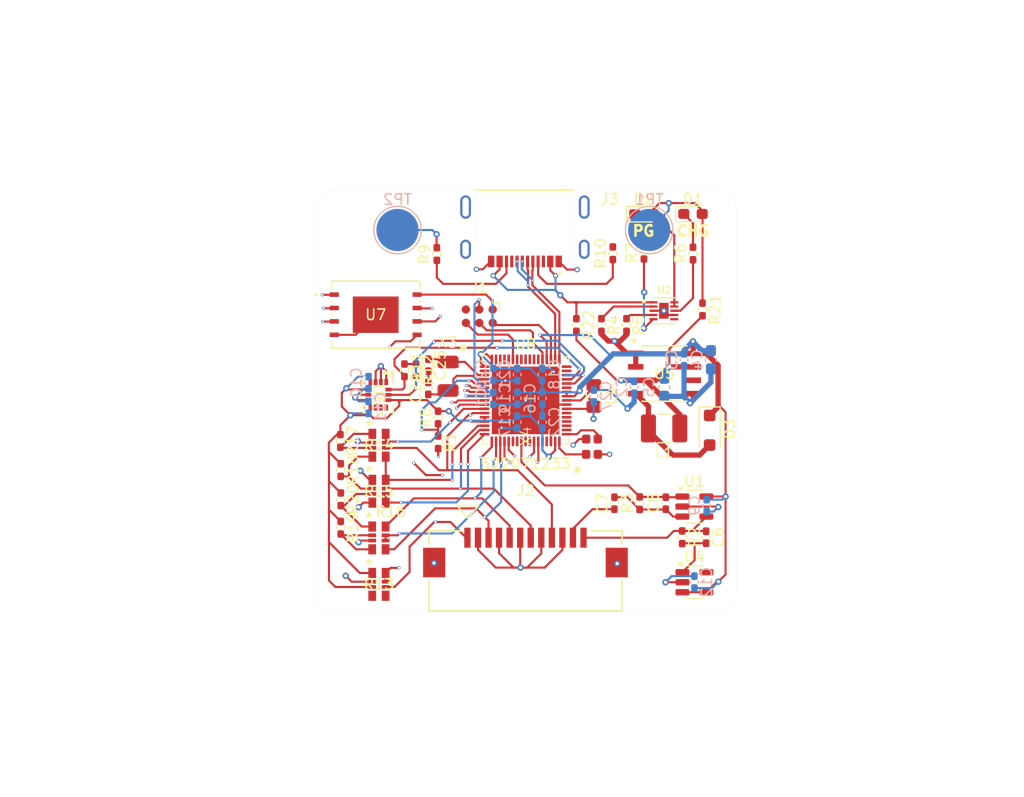
<source format=kicad_pcb>
(kicad_pcb (version 20240108) (generator "pcbnew") (generator_version "8.0")
  (layers (0 "F.Cu" signal) (1 "In1.Cu" power) (2 "In2.Cu" power) (31 "B.Cu" signal) (34 "B.Paste" user) (35 "F.Paste" user) (36 "B.SilkS" user "B.Silkscreen") (37 "F.SilkS" user "F.Silkscreen") (38 "B.Mask" user) (39 "F.Mask" user) (44 "Edge.Cuts" user))
  (net 0 "")
  (net 1 "+3V3")
  (net 2 "GND")
  (net 3 "/Microcontroller/SWD_RST")
  (net 4 "/Power/Reg_Vin")
  (net 5 "Net-(U4-Vbias)")
  (net 6 "Piezoelectric_-")
  (net 7 "Net-(U1-+)")
  (net 8 "Piezoelectric_+")
  (net 9 "Piezoelectric_Out")
  (net 10 "/Microcontroller/LSE_X2_out")
  (net 11 "/Microcontroller/LSE_X2_in")
  (net 12 "/Microcontroller/SMPS_FB")
  (net 13 "/Power/Battery_+")
  (net 14 "Net-(D1-K)")
  (net 15 "Net-(D2-K)")
  (net 16 "Net-(D3-A)")
  (net 17 "/Microcontroller/SWO")
  (net 18 "/Microcontroller/SWDIO")
  (net 19 "/Microcontroller/SWCLK")
  (net 20 "Thermistor_Sense_-")
  (net 21 "Strain_2_Sense_-")
  (net 22 "Strain_1_Sense_-")
  (net 23 "Strain_3_Sense_-")
  (net 24 "Strain_4_Sense_-")
  (net 25 "USB_D-")
  (net 26 "Net-(J3-CC1)")
  (net 27 "Net-(J3-CC2)")
  (net 28 "USB_D+")
  (net 29 "/Power/USB_Vin")
  (net 32 "/Microcontroller/SMPS_0")
  (net 33 "/Microcontroller/BOOT0")
  (net 34 "Net-(U2-ISET)")
  (net 35 "Net-(U2-PRETERM)")
  (net 36 "Net-(U2-~{CHG})")
  (net 37 "Net-(U2-~{PG})")
  (net 38 "IMU_SDA")
  (net 39 "IMU_SCL")
  (net 40 "Thermistor_Sense_+")
  (net 43 "Strain_1_Sense_+")
  (net 44 "Net-(R14-Pad1)")
  (net 45 "Net-(R14-Pad4)")
  (net 46 "Strain_2_Sense_+")
  (net 47 "Strain_3_Sense_+")
  (net 48 "Net-(R15-Pad3)")
  (net 49 "Net-(R16-Pad2)")
  (net 50 "Strain_4_Sense_+")
  (net 57 "/Microcontroller/HSE_X1_out")
  (net 69 "/Microcontroller/HSE_X1_in")
  (net 84 "/Microcontroller/Flash_WP(IO2)")
  (net 85 "/Microcontroller/Flash_DI(IO0)")
  (net 86 "/Microcontroller/Flash_HOLD(IO3)")
  (net 87 "/Microcontroller/Flash_DO(IO1)")
  (net 88 "/Microcontroller/Flash_CS")
  (net 89 "/Microcontroller/Flash_CLK")
  (footprint "LED_SMD:LED_0603_1608Metric_Pad1.05x0.95mm_HandSolder" (layer "F.Cu") (at 185.875 102.25)
    (property "Reference" "D1")
    (property "Value" "LED")
  )
  (footprint "Capacitor_SMD:C_0402_1005Metric_Pad0.74x0.62mm_HandSolder" (layer "F.Cu") (at 160.79 118.7825 90)
    (property "Reference" "C24")
    (property "Value" "10pF")
  )
  (footprint "Capacitor_SMD:C_0402_1005Metric_Pad0.74x0.62mm_HandSolder" (layer "F.Cu") (at 183.29 129.66 90)
    (property "Reference" "C8")
    (property "Value" "C")
  )
  (footprint "Package_TO_SOT_SMD:SOT-23-5" (layer "F.Cu") (at 186 129.9775)
    (property "Reference" "U1")
    (property "Value" "OPA340NA")
  )
  (footprint "LT1304 3.3V Regulator:SO-8_S_LIT" (layer "F.Cu") (at 183.175 117.375)
    (property "Reference" "U5")
    (property "Value" "LT1304CS8-3.3-PBF")
  )
  (footprint "Capacitor_SMD:C_0402_1005Metric_Pad0.74x0.62mm_HandSolder" (layer "F.Cu") (at 160.79 116.5825 -90)
    (property "Reference" "C25")
    (property "Value" "10pF")
  )
  (footprint "Resistor_SMD:R_0402_1005Metric_Pad0.72x0.64mm_HandSolder" (layer "F.Cu") (at 186.775 111.3 -90)
    (property "Reference" "R21")
    (property "Value" "0")
  )
  (footprint "Resistor_SMD:R_0402_1005Metric_Pad0.72x0.64mm_HandSolder" (layer "F.Cu") (at 152.49 126.52 -90)
    (property "Reference" "R18")
    (property "Value" "3k3")
  )
  (footprint "EXB-28V 0804 Resistor Array:EXB28V_PAN" (layer "F.Cu") (at 156.11 132.95)
    (property "Reference" "R16")
    (property "Value" "EXB-28V331JX, 330 Resistor Array")
  )
  (footprint "Ribbon Cable Connector:CON_522071233_MOL" (layer "F.Cu") (at 170 136.08)
    (property "Reference" "J2")
    (property "Value" "522071233")
  )
  (footprint "Resistor_SMD:R_0402_1005Metric_Pad0.72x0.64mm_HandSolder" (layer "F.Cu") (at 152.46 123.76 -90)
    (property "Reference" "R17")
    (property "Value" "3k3")
  )
  (footprint "Resistor_SMD:R_0402_1005Metric_Pad0.72x0.64mm_HandSolder" (layer "F.Cu") (at 178.275 105.975 90)
    (property "Reference" "R10")
    (property "Value" "5k1")
  )
  (footprint "LSM6DSR IMU:LGA-14L_2P5X3X0P83_STM" (layer "F.Cu") (at 156.0537 119.389999 -90)
    (property "Reference" "U6")
    (property "Value" "LSM6DSRTR")
  )
  (footprint "EXB-28V 0804 Resistor Array:EXB28V_PAN" (layer "F.Cu") (at 156.125 124.1705)
    (property "Reference" "R14")
    (property "Value" "EXB-28V331JX, 330 Resistor Array")
  )
  (footprint "Resistor_SMD:R_0402_1005Metric_Pad0.72x0.64mm_HandSolder" (layer "F.Cu") (at 180.82 129.66 90)
    (property "Reference" "R3")
    (property "Value" "R")
  )
  (footprint "BQ2404DSQR:SON40P200X200X80-11N" (layer "F.Cu") (at 183.115 111.425)
    (property "Reference" "U2")
    (property "Value" "BQ24040DSQR")
  )
  (footprint "W25N02KVZEIR TR:SON_WSON8_ZE_WIN" (layer "F.Cu") (at 155.8092 111.8)
    (property "Reference" "U7")
    (property "Value" "W25N02KVZEIR TR")
  )
  (footprint "Resistor_SMD:R_0402_1005Metric_Pad0.72x0.64mm_HandSolder" (layer "F.Cu") (at 177.2 112.775 -90)
    (property "Reference" "R4")
    (property "Value" "10k")
  )
  (footprint "Resistor_SMD:R_0402_1005Metric_Pad0.72x0.64mm_HandSolder" (layer "F.Cu") (at 161.73 123.89 -90)
    (property "Reference" "R1")
    (property "Value" "5k1")
  )
  (footprint "Resistor_SMD:R_0402_1005Metric_Pad0.72x0.64mm_HandSolder" (layer "F.Cu") (at 174.825 112.775 -90)
    (property "Reference" "R22")
    (property "Value" "0")
  )
  (footprint "Custom_Parts:32MHz Crystal" (layer "F.Cu") (at 176.45 123.2925 90)
    (property "Reference" "X4")
    (property "Value" "32MHz")
  )
  (footprint "Resistor_SMD:R_0402_1005Metric_Pad0.72x0.64mm_HandSolder" (layer "F.Cu") (at 161.6 106.05 90)
    (property "Reference" "R9")
    (property "Value" "5k1")
  )
  (footprint "Resistor_SMD:R_0402_1005Metric_Pad0.72x0.64mm_HandSolder" (layer "F.Cu") (at 152.49 131.98 -90)
    (property "Reference" "R19")
    (property "Value" "3k3")
  )
  (footprint "Resistor_SMD:R_0402_1005Metric_Pad0.72x0.64mm_HandSolder" (layer "F.Cu") (at 159.635 117.0725 -90)
    (property "Reference" "R12")
    (property "Value" "10k")
  )
  (footprint "Inductor_SMD:L_0805_2012Metric_Pad1.15x1.40mm_HandSolder" (layer "F.Cu") (at 176.475 119.5 -90)
    (property "Reference" "L4")
    (property "Value" "10u")
  )
  (footprint "Resistor_SMD:R_0402_1005Metric_Pad0.72x0.64mm_HandSolder" (layer "F.Cu") (at 161.72 121.54 90)
    (property "Reference" "R8")
    (property "Value" "0 ohm")
  )
  (footprint "LED_SMD:LED_0603_1608Metric_Pad1.05x0.95mm_HandSolder" (layer "F.Cu") (at 181.225 102.275)
    (property "Reference" "D2")
    (property "Value" "LED")
  )
  (footprint "Diode_SMD:D_SOD-123F" (layer "F.Cu") (at 187.45 122.75 -90)
    (property "Reference" "D3")
    (property "Value" "DSS14U")
  )
  (footprint "Capacitor_SMD:C_0402_1005Metric_Pad0.74x0.62mm_HandSolder" (layer "F.Cu") (at 178.43 129.66 90)
    (property "Reference" "C7")
    (property "Value" "C")
  )
  (footprint "Resistor_SMD:R_0402_1005Metric_Pad0.72x0.64mm_HandSolder" (layer "F.Cu") (at 184.85 132.8875 -90)
    (property "Reference" "R2")
    (property "Value" "R")
  )
  (footprint "Package_DFN_QFN:QFN-68-1EP_8x8mm_P0.4mm_EP6.4x6.4mm" (layer "F.Cu") (at 170.0125 119.92)
    (property "Reference" "U8")
    (property "Value" "STM32WB55RGVx")
  )
  (footprint "Connector:Tag-Connect_TC2030-IDC-NL_2x03_P1.27mm_Vertical" (layer "F.Cu") (at 165.625 111.94 180)
    (property "Reference" "J1")
    (property "Value" "TC2030-NL")
  )
  (footprint "EXB-28V 0804 Resistor Array:EXB28V_PAN" (layer "F.Cu") (at 156.115 137.3505)
    (property "Reference" "R13")
    (property "Value" "EXB-28V103JX, 10k Resistor Array")
  )
  (footprint "Resistor_SMD:R_0402_1005Metric_Pad0.72x0.64mm_HandSolder" (layer "F.Cu") (at 181.225 105.925 90)
    (property "Reference" "R7")
    (property "Value" "5k1")
  )
  (footprint "Custom_Parts:32.768kHz Crystal" (layer "F.Cu") (at 162.665 116.2825 -90)
    (property "Reference" "X3")
    (property "Value" "32.768kHz")
  )
  (footprint "Package_TO_SOT_SMD:SOT-23-5" (layer "F.Cu") (at 186.01 137.1475)
    (property "Reference" "U4")
    (property "Value" "REF2033")
  )
  (footprint "Resistor_SMD:R_0402_1005Metric_Pad0.72x0.64mm_HandSolder" (layer "F.Cu") (at 179.575 112.775 -90)
    (property "Reference" "R5")
    (property "Value" "5k1")
  )
  (footprint "Resistor_SMD:R_0402_1005Metric_Pad0.72x0.64mm_HandSolder" (layer "F.Cu") (at 185.875 106 90)
    (property "Reference" "R6")
    (property "Value" "5k1")
  )
  (footprint "Inductor_SMD:L_1210_3225Metric_Pad1.42x2.65mm_HandSolder" (layer "F.Cu") (at 183.1375 122.575 180)
    (property "Reference" "L1")
    (property "Value" "22uH")
  )
  (footprint "Capacitor_SMD:C_0402_1005Metric_Pad0.74x0.62mm_HandSolder" (layer "F.Cu") (at 187.12 132.8875 -90)
    (property "Reference" "C6")
    (property "Value" "4.7n")
  )
  (footprint "Resistor_SMD:R_0402_1005Metric_Pad0.72x0.64mm_HandSolder" (layer "F.Cu") (at 158.535 117.07 -90)
    (property "Reference" "R11")
    (property "Value" "10k")
  )
  (footprint "USB4500-03-1-A USB-C Connector:GCT_USB4500-03-1-A_REVA" (layer "F.Cu") (at 169.95 101.6 180)
    (property "Reference" "J3")
    (property "Value" "USB4500-03-1-A_REVA")
    (fp_line (start 4.62 1.6) (end 6.36 1.6) (stroke (width 0.01)) (layer "Edge.Cuts"))
    (fp_line (start 4.62 -4.6) (end 4.62 1.6) (stroke (width 0.01)) (layer "Edge.Cuts"))
    (fp_line (start -3.82 -4.6) (end 3.82 -4.6) (stroke (width 0.01)) (layer "Edge.Cuts"))
    (fp_line (start -4.62 1.6) (end -4.62 -4.6) (stroke (width 0.01)) (layer "Edge.Cuts"))
    (fp_line (start -6.52 1.6) (end -4.62 1.6) (stroke (width 0.01)) (layer "Edge.Cuts"))
    (fp_arc (start 4.295 -5) (mid 4.540343 -4.86731) (end 4.62 -4.6) (stroke (width 0.01)) (layer "Edge.Cuts"))
    (fp_arc (start 3.97 -4.72) (mid 4.07451 -4.92731) (end 4.295 -5) (stroke (width 0.01)) (layer "Edge.Cuts"))
    (fp_arc (start 3.97 -4.72) (mid 3.919853 -4.628934) (end 3.82 -4.6) (stroke (width 0.01)) (layer "Edge.Cuts"))
    (fp_arc (start -3.82 -4.6) (mid -3.919853 -4.628934) (end -3.97 -4.72) (stroke (width 0.01)) (layer "Edge.Cuts"))
    (fp_arc (start -4.295 -5) (mid -4.07451 -4.92731) (end -3.97 -4.72) (stroke (width 0.01)) (layer "Edge.Cuts"))
    (fp_arc (start -4.62 -4.6) (mid -4.540343 -4.86731) (end -4.295 -5) (stroke (width 0.01)) (layer "Edge.Cuts"))
  )
  (footprint "EXB-28V 0804 Resistor Array:EXB28V_PAN" (layer "F.Cu") (at 156.125 128.5295)
    (property "Reference" "R15")
    (property "Value" "EXB-28V331JX, 330 Resistor Array")
  )
  (footprint "Resistor_SMD:R_0402_1005Metric_Pad0.72x0.64mm_HandSolder" (layer "F.Cu") (at 152.5 129.29 -90)
    (property "Reference" "R20")
    (property "Value" "3k3")
  )
  (footprint "Capacitor_SMD:C_0402_1005Metric_Pad0.74x0.62mm_HandSolder" (layer "B.Cu") (at 176.475 119.5 90)
    (property "Reference" "C27")
    (property "Value" "4u7")
  )
  (footprint "Capacitor_SMD:C_0402_1005Metric_Pad0.74x0.62mm_HandSolder" (layer "B.Cu") (at 169.21 121.98 -90)
    (property "Reference" "C17")
    (property "Value" "100n")
  )
  (footprint "Capacitor_SMD:C_0402_1005Metric_Pad0.74x0.62mm_HandSolder" (layer "B.Cu") (at 187.17 129.8875 -90)
    (property "Reference" "C9")
    (property "Value" "100n")
  )
  (footprint "Capacitor_SMD:C_0402_1005Metric_Pad0.74x0.62mm_HandSolder" (layer "B.Cu") (at 171.6 121.98 90)
    (property "Reference" "C22")
    (property "Value" "100n")
  )
  (footprint "TestPoint:TestPoint_Pad_D4.0mm" (layer "B.Cu") (at 157.875 103.775 180)
    (property "Reference" "TP2")
    (property "Value" "Battery_-")
  )
  (footprint "Capacitor_SMD:C_0402_1005Metric_Pad0.74x0.62mm_HandSolder" (layer "B.Cu") (at 166.96 119.73 -90)
    (property "Reference" "C1")
    (property "Value" "100n")
  )
  (footprint "Capacitor_SMD:C_0402_1005Metric_Pad0.74x0.62mm_HandSolder" (layer "B.Cu") (at 166.96 117.47 -90)
    (property "Reference" "C20")
    (property "Value" "100n")
  )
  (footprint "Capacitor_SMD:C_0402_1005Metric_Pad0.74x0.62mm_HandSolder" (layer "B.Cu") (at 171.58 117.46 90)
    (property "Reference" "C18")
    (property "Value" "100n")
  )
  (footprint "Capacitor_SMD:C_0402_1005Metric_Pad0.74x0.62mm_HandSolder" (layer "B.Cu") (at 169.22 119.72 -90)
    (property "Reference" "C19")
    (property "Value" "100n")
  )
  (footprint "Capacitor_SMD:C_0402_1005Metric_Pad0.74x0.62mm_HandSolder" (layer "B.Cu") (at 186.01 137.1375 90)
    (property "Reference" "C12")
    (property "Value" "100nF")
  )
  (footprint "Capacitor_SMD:C_0603_1608Metric_Pad1.08x0.95mm_HandSolder" (layer "B.Cu") (at 183.15 118.675 -90)
    (property "Reference" "C5")
    (property "Value" "22uF")
  )
  (footprint "Capacitor_SMD:C_0402_1005Metric_Pad0.74x0.62mm_HandSolder" (layer "B.Cu") (at 171.59 119.72 -90)
    (property "Reference" "C16")
    (property "Value" "4u7")
  )
  (footprint "Capacitor_SMD:C_0402_1005Metric_Pad0.74x0.62mm_HandSolder" (layer "B.Cu") (at 155.13 118.24 -90)
    (property "Reference" "C10")
    (property "Value" "100nF")
  )
  (footprint "Capacitor_SMD:C_0402_1005Metric_Pad0.74x0.62mm_HandSolder" (layer "B.Cu") (at 180.3 118.675 -90)
    (property "Reference" "C2")
    (property "Value" "100nF")
  )
  (footprint "Capacitor_SMD:C_0603_1608Metric_Pad1.08x0.95mm_HandSolder" (layer "B.Cu") (at 187.575 116.075 -90)
    (property "Reference" "C4")
    (property "Value" "22uF")
  )
  (footprint "Capacitor_SMD:C_0402_1005Metric_Pad0.74x0.62mm_HandSolder" (layer "B.Cu") (at 185.025 116.075 -90)
    (property "Reference" "C3")
    (property "Value" "100nF")
  )
  (footprint "TestPoint:TestPoint_Pad_D4.0mm" (layer "B.Cu") (at 181.725 103.775 180)
    (property "Reference" "TP1")
    (property "Value" "Battery_+")
  )
  (footprint "Capacitor_SMD:C_0402_1005Metric_Pad0.74x0.62mm_HandSolder" (layer "B.Cu") (at 155.12 120.58 90)
    (property "Reference" "C11")
    (property "Value" "100nF")
  )
  (footprint "Capacitor_SMD:C_0402_1005Metric_Pad0.74x0.62mm_HandSolder" (layer "B.Cu") (at 169.22 117.47 -90)
    (property "Reference" "C21")
    (property "Value" "100n")
  )
  (gr_arc (start 190 138) (mid 189.414214 139.414214) (end 188 140) (stroke (width 0.01)) (layer "Edge.Cuts"))
  (gr_line (start 188 100) (end 176.47 100) (stroke (width 0.01)) (layer "Edge.Cuts"))
  (gr_arc (start 152 140) (mid 150.585786 139.414214) (end 150 138) (stroke (width 0.01)) (layer "Edge.Cuts"))
  (gr_line (start 188 140) (end 152 140) (stroke (width 0.01)) (layer "Edge.Cuts"))
  (gr_arc (start 150 102) (mid 150.585786 100.585786) (end 152 100) (stroke (width 0.01)) (layer "Edge.Cuts"))
  (gr_line (start 150 138) (end 150 102) (stroke (width 0.01)) (layer "Edge.Cuts"))
  (gr_arc (start 188 100) (mid 189.414214 100.585786) (end 190 102) (stroke (width 0.01)) (layer "Edge.Cuts"))
  (gr_line (start 163.59 100) (end 152 100) (stroke (width 0.01)) (layer "Edge.Cuts"))
  (gr_line (start 190 102) (end 190 138) (stroke (width 0.01)) (layer "Edge.Cuts"))
  (gr_text "PG" (at 180.025 104.45 0) (layer "F.SilkS") (effects (font (size 1 1) (thickness 0.25) (bold yes)) (justify left bottom)))
  (gr_text "CHG" (at 184.175 104.45 0) (layer "F.SilkS") (effects (font (size 1 1) (thickness 0.25) (bold yes)) (justify left bottom)))
  (segment (start 188.96 129.03) (end 188.96 121.03) (width 0.2) (layer "F.Cu") (net 1))
  (segment (start 158.210002 119.889998) (end 158.04 120.06) (width 0.2) (layer "F.Cu") (net 1))
  (segment (start 153.413699 121.323699) (end 155.16 121.323699) (width 0.2) (layer "F.Cu") (net 1))
  (segment (start 172.8125 124.6575) (end 172.8125 123.8075) (width 0.2) (layer "F.Cu") (net 1))
  (segment (start 152.1275 123.1625) (end 152.46 123.1625) (width 0.2) (layer "F.Cu") (net 1))
  (segment (start 172.21 125.26) (end 171.6125 124.6625) (width 0.2) (layer "F.Cu") (net 1))
  (segment (start 155.16 121.323699) (end 155.18 121.323699) (width 0.2) (layer "F.Cu") (net 1))
  (segment (start 166.125 121.92) (end 164.87 121.92) (width 0.2) (layer "F.Cu") (net 1))
  (segment (start 152.6 119.2) (end 152.6 120.51) (width 0.2) (layer "F.Cu") (net 1))
  (segment (start 158.36 119.889998) (end 158.210002 119.889998) (width 0.2) (layer "F.Cu") (net 1))
  (segment (start 187.45 121.35) (end 188.25 120.55) (width 0.5) (layer "F.Cu") (net 1))
  (segment (start 165.77 115.55) (end 165.77 116.365) (width 0.2) (layer "F.Cu") (net 1))
  (segment (start 158.36 119.889998) (end 160.667498 119.889998) (width 0.2) (layer "F.Cu") (net 1))
  (segment (start 164.87 121.92) (end 164.79 121.84) (width 0.2) (layer "F.Cu") (net 1))
  (segment (start 166.32 115.54) (end 165.78 115.54) (width 0.2) (layer "F.Cu") (net 1))
  (segment (start 188.25 120.32) (end 188.25 116.5906) (width 0.5) (layer "F.Cu") (net 1))
  (segment (start 155.48 137.6005) (end 151.9905 137.6005) (width 0.2) (layer "F.Cu") (net 1))
  (segment (start 166.895 110.52) (end 166.875 110.5) (width 0.2) (layer "F.Cu") (net 1))
  (segment (start 188.25 120.55) (end 188.25 120.32) (width 0.5) (layer "F.Cu") (net 1))
  (segment (start 187.1475 138.0975) (end 184.8725 138.0975) (width 0.2) (layer "F.Cu") (net 1))
  (segment (start 152.6 120.51) (end 153.413699 121.323699) (width 0.2) (layer "F.Cu") (net 1))
  (segment (start 159.7335 109.895) (end 166.27 109.895) (width 0.2) (layer "F.Cu") (net 1))
  (segment (start 158.535 116.4725) (end 159.6325 116.4725) (width 0.2) (layer "F.Cu") (net 1))
  (segment (start 152.46 122.277398) (end 153.413699 121.323699) (width 0.2) (layer "F.Cu") (net 1))
  (segment (start 187.1294 115.47) (end 185.89915 115.47) (width 0.5) (layer "F.Cu") (net 1))
  (segment (start 188.9575 129.0275) (end 188.96 129.03) (width 0.2) (layer "F.Cu") (net 1))
  (segment (start 155.16 121.323699) (end 155.303699 121.323699) (width 0.2) (layer "F.Cu") (net 1))
  (segment (start 166.8125 116.0325) (end 166.32 115.54) (width 0.2) (layer "F.Cu") (net 1))
  (segment (start 185.89915 114.34915) (end 185.875 114.325) (width 0.5) (layer "F.Cu") (net 1))
  (segment (start 188.28 137.09) (end 188.96 136.41) (width 0.2) (layer "F.Cu") (net 1))
  (segment (start 173.9 119.52) (end 173.9 119.12) (width 0.2) (layer "F.Cu") (net 1))
  (segment (start 166.895 111.305) (end 166.895 110.52) (width 0.2) (layer "F.Cu") (net 1))
  (segment (start 151.38 127.5725) (end 151.38 124.8125) (width 0.2) (layer "F.Cu") (net 1))
  (segment (start 188.155 137.09) (end 187.1475 138.0975) (width 0.2) (layer "F.Cu") (net 1))
  (segment (start 157.01 119.889998) (end 157.8 119.889998) (width 0.2) (layer "F.Cu") (net 1))
  (segment (start 155.18 121.323699) (end 155.303699 121.2) (width 0.2) (layer "F.Cu") (net 1))
  (segment (start 188.96 121.03) (end 188.25 120.32) (width 0.2) (layer "F.Cu") (net 1))
  (segment (start 155.48 136.271) (end 154.301 136.271) (width 0.2) (layer "F.Cu") (net 1))
  (segment (start 151.38 136.99) (end 151.38 132.24) (width 0.2) (layer "F.Cu") (net 1))
  (segment (start 156.868058 121.6) (end 158.04 120.428058) (width 0.2) (layer "F.Cu") (net 1))
  (segment (start 172.0125 116.0325) (end 172.0125 114.3725) (width 0.2) (layer "F.Cu") (net 1))
  (segment (start 157.8 119.889998) (end 158.04 119.889998) (width 0.2) (layer "F.Cu") (net 1))
  (segment (start 153.15 118.89) (end 153.03 118.77) (width 0.2) (layer "F.Cu") (net 1))
  (segment (start 152.49 131.3825) (end 151.38 130.2725) (width 0.2) (layer "F.Cu") (net 1))
  (segment (start 175.14 119.01) (end 174.63 119.52) (width 0.2) (layer "F.Cu") (net 1))
  (segment (start 155.303699 120.600299) (end 155.303699 121.2) (width 0.2) (layer "F.Cu") (net 1))
  (segment (start 171.6125 124.6625) (end 171.6125 123.8075) (width 0.2) (layer "F.Cu") (net 1))
  (segment (start 151.38 130.02) (end 151.38 127.5725) (width 0.2) (layer "F.Cu") (net 1))
  (segment (start 158.04 119.889998) (end 158.36 119.889998) (width 0.2) (layer "F.Cu") (net 1))
  (segment (start 154.301 136.271) (end 151.38 133.35) (width 0.2) (layer "F.Cu") (net 1))
  (segment (start 151.37 124.8025) (end 151.37 123.92) (width 0.2) (layer "F.Cu") (net 1))
  (segment (start 155.303699 121.2) (end 155.303699 121.323699) (width 0.2) (layer "F.Cu") (net 1))
  (segment (start 188.96 136.41) (end 188.96 129.03) (width 0.2) (layer "F.Cu") (net 1))
  (segment (start 188.25 116.5906) (end 187.1294 115.47) (width 0.5) (layer "F.Cu") (net 1))
  (segment (start 152.5 128.6925) (end 151.38 127.5725) (width 0.2) (layer "F.Cu") (net 1))
  (segment (start 151.9905 137.6005) (end 151.38 136.99) (width 0.2) (layer "F.Cu") (net 1))
  (segment (start 155.303699 121.323699) (end 155.58 121.6) (width 0.2) (layer "F.Cu") (net 1))
  (segment (start 172.21 125.26) (end 172.8125 124.6575) (width 0.2) (layer "F.Cu") (net 1))
  (segment (start 188.28 137.09) (end 188.155 137.09) (width 0.2) (layer "F.Cu") (net 1))
  (segment (start 155.0974 118.89) (end 153.15 118.89) (width 0.2) (layer "F.Cu") (net 1))
  (segment (start 152.46 123.1625) (end 152.46 122.277398) (width 0.2) (layer "F.Cu") (net 1))
  (segment (start 151.38 130.2725) (end 151.38 130.02) (width 0.2) (layer "F.Cu") (net 1))
  (segment (start 157.8 119.889998) (end 157.869998 119.889998) (width 0.2) (layer "F.Cu") (net 1))
  (segment (start 166.125 121.92) (end 166.125 121.52) (width 0.2) (layer "F.Cu") (net 1))
  (segment (start 151.38 124.8125) (end 151.37 124.8025) (width 0.2) (layer "F.Cu") (net 1))
  (segment (start 158.04 120.428058) (end 158.04 120.06) (width 0.2) (layer "F.Cu") (net 1))
  (segment (start 187.1375 129.0275) (end 188.9575 129.0275) (width 0.2) (layer "F.Cu") (net 1))
  (segment (start 165.78 115.54) (end 165.77 115.55) (width 0.2) (layer "F.Cu") (net 1))
  (segment (start 162.74 120.9425) (end 161.72 120.9425) (width 0.2) (layer "F.Cu") (net 1))
  (segment (start 174.63 119.52) (end 173.9 119.52) (width 0.2) (layer "F.Cu") (net 1))
  (segment (start 151.38 132.24) (end 151.38 130.02) (width 0.2) (layer "F.Cu") (net 1))
  (segment (start 157.869998 119.889998) (end 158.04 120.06) (width 0.2) (layer "F.Cu") (net 1))
  (segment (start 185.89915 115.47) (end 185.89915 114.34915) (width 0.5) (layer "F.Cu") (net 1))
  (segment (start 158.04 120.06) (end 158.04 119.889998) (width 0.2) (layer "F.Cu") (net 1))
  (segment (start 152.49 125.9225) (end 151.37 124.8025) (width 0.2) (layer "F.Cu") (net 1))
  (segment (start 160.667498 119.889998) (end 161.72 120.9425) (width 0.2) (layer "F.Cu") (net 1))
  (segment (start 153.03 118.77) (end 152.6 119.2) (width 0.2) (layer "F.Cu") (net 1))
  (segment (start 165.77 116.365) (end 166.125 116.72) (width 0.2) (layer "F.Cu") (net 1))
  (segment (start 155.58 121.6) (end 156.868058 121.6) (width 0.2) (layer "F.Cu") (net 1))
  (segment (start 172.0125 114.3725) (end 171.37 113.73) (width 0.2) (layer "F.Cu") (net 1))
  (segment (start 166.27 109.895) (end 166.875 110.5) (width 0.2) (layer "F.Cu") (net 1))
  (segment (start 151.37 123.92) (end 152.1275 123.1625) (width 0.2) (layer "F.Cu") (net 1))
  (segment (start 151.38 133.35) (end 151.38 132.24) (width 0.2) (layer "F.Cu") (net 1))
  (via (at 162.74 120.9425) (size 0.6) (drill 0.3) (layers "F.Cu" "B.Cu") (net 1))
  (via (at 188.96 129.03) (size 0.6) (drill 0.3) (layers "F.Cu" "B.Cu") (net 1))
  (via (at 185.875 114.325) (size 0.6) (drill 0.3) (layers "F.Cu" "B.Cu") (net 1))
  (via (at 171.37 113.73) (size 0.3) (drill 0.2) (layers "F.Cu" "B.Cu") (net 1))
  (via (at 175.14 119.01) (size 0.6) (drill 0.3) (layers "F.Cu" "B.Cu") (net 1))
  (via (at 172.21 125.26) (size 0.6) (drill 0.3) (layers "F.Cu" "B.Cu") (net 1))
  (via (at 188.28 137.09) (size 0.6) (drill 0.3) (layers "F.Cu" "B.Cu") (net 1))
  (via (at 164.79 121.84) (size 0.3) (drill 0.2) (layers "F.Cu" "B.Cu") (net 1))
  (via (at 165.77 115.55) (size 0.6) (drill 0.3) (layers "F.Cu" "B.Cu") (net 1))
  (via (at 153.413699 121.323699) (size 0.6) (drill 0.3) (layers "F.Cu" "B.Cu") (net 1))
  (via (at 153.03 118.77) (size 0.6) (drill 0.3) (layers "F.Cu" "B.Cu") (net 1))
  (via (at 166.875 110.5) (size 0.3) (drill 0.15) (layers "F.Cu" "B.Cu") (net 1))
  (segment (start 175.14 118.68) (end 175.14 119.01) (width 0.5) (layer "B.Cu") (net 1))
  (segment (start 170.465 121.4125) (end 171.6 122.5475) (width 0.2) (layer "B.Cu") (net 1))
  (segment (start 170.47 119.1525) (end 171.59 119.1525) (width 0.2) (layer "B.Cu") (net 1))
  (segment (start 162.74 120.9425) (end 163.6375 121.84) (width 0.2) (layer "B.Cu") (net 1))
  (segment (start 188.67 129.32) (end 188.96 129.03) (width 0.2) (layer "B.Cu") (net 1))
  (segment (start 166.875 114.445) (end 166.875 110.5) (width 0.2) (layer "B.Cu") (net 1))
  (segment (start 174.9975 119.1525) (end 171.59 119.1525) (width 0.2) (layer "B.Cu") (net 1))
  (segment (start 169.22 119.1525) (end 170.47 119.1525) (width 0.2) (layer "B.Cu") (net 1))
  (segment (start 186.01 137.705) (end 187.665 137.705) (width 0.2) (layer "B.Cu") (net 1))
  (segment (start 169.22 116.9025) (end 166.96 116.9025) (width 0.2) (layer "B.Cu") (net 1))
  (segment (start 171.59 119.1525) (end 171.59 118.0375) (width 0.2) (layer "B.Cu") (net 1))
  (segment (start 163.6375 121.84) (end 164.79 121.84) (width 0.2) (layer "B.Cu") (net 1))
  (segment (start 169.22 116.9025) (end 170.455 116.9025) (width 0.2) (layer "B.Cu") (net 1))
  (segment (start 168.7825 121.84) (end 169.21 121.4125) (width 0.2) (layer "B.Cu") (net 1))
  (segment (start 171.37 113.73) (end 176.1 113.73) (width 0.2) (layer "B.Cu") (net 1))
  (segment (start 166.96 116.74) (end 165.77 115.55) (width 0.2) (layer "B.Cu") (net 1))
  (segment (start 154.1275 117.6725) (end 155.13 117.6725) (width 0.2) (layer "B.Cu") (net 1))
  (segment (start 170.47 121.4075) (end 170.465 121.4125) (width 0.2) (layer "B.Cu") (net 1))
  (segment (start 178.3125 115.5075) (end 178.095 115.725) (width 0.5) (layer "B.Cu") (net 1))
  (segment (start 169.21 121.4125) (end 170.465 121.4125) (width 0.2) (layer "B.Cu") (net 1))
  (segment (start 185.875 114.375) (end 185.875 114.325) (width 0.5) (layer "B.Cu") (net 1))
  (segment (start 171.6 124.65) (end 171.6 122.5475) (width 0.2) (layer "B.Cu") (net 1))
  (segment (start 178.095 115.725) (end 175.14 118.68) (width 0.5) (layer "B.Cu") (net 1))
  (segment (start 185.025 115.175) (end 185.875 114.325) (width 0.5) (layer "B.Cu") (net 1))
  (segment (start 187.17 129.32) (end 188.67 129.32) (width 0.2) (layer "B.Cu") (net 1))
  (segment (start 175.14 119.01) (end 174.9975 119.1525) (width 0.2) (layer "B.Cu") (net 1))
  (segment (start 171.59 118.0375) (end 171.58 118.0275) (width 0.2) (layer "B.Cu") (net 1))
  (segment (start 185.025 115.4825) (end 185.025 115.175) (width 0.5) (layer "B.Cu") (net 1))
  (segment (start 187.665 137.705) (end 188.28 137.09) (width 0.2) (layer "B.Cu") (net 1))
  (segment (start 153.03 118.77) (end 154.1275 117.6725) (width 0.2) (layer "B.Cu") (net 1))
  (segment (start 165.77 115.55) (end 166.875 114.445) (width 0.2) (layer "B.Cu") (net 1))
  (segment (start 155.12 121.1475) (end 153.589898 121.1475) (width 0.2) (layer "B.Cu") (net 1))
  (segment (start 172.21 125.26) (end 171.6 124.65) (width 0.2) (layer "B.Cu") (net 1))
  (segment (start 164.79 121.84) (end 168.7825 121.84) (width 0.2) (layer "B.Cu") (net 1))
  (segment (start 166.96 116.9025) (end 166.96 116.74) (width 0.2) (layer "B.Cu") (net 1))
  (segment (start 153.589898 121.1475) (end 153.413699 121.323699) (width 0.2) (layer "B.Cu") (net 1))
  (segment (start 170.455 116.9025) (end 171.58 118.0275) (width 0.2) (layer "B.Cu") (net 1))
  (segment (start 176.1 113.73) (end 178.095 115.725) (width 0.2) (layer "B.Cu") (net 1))
  (segment (start 186.7125 115.2125) (end 185.875 114.375) (width 0.5) (layer "B.Cu") (net 1))
  (segment (start 185.025 115.5075) (end 178.3125 115.5075) (width 0.5) (layer "B.Cu") (net 1))
  (segment (start 170.47 119.1525) (end 170.47 121.4075) (width 0.2) (layer "B.Cu") (net 1))
  (segment (start 187.575 115.2125) (end 186.7125 115.2125) (width 0.5) (layer "B.Cu") (net 1))
  (segment (start 155.7592 111.85) (end 155.775 111.85) (width 0.2) (layer "F.Cu") (net 2))
  (segment (start 153.9042 113.705) (end 155.7592 111.85) (width 0.2) (layer "F.Cu") (net 2))
  (segment (start 178.975 114.3) (end 179.575 113.7) (width 0.5) (layer "F.Cu") (net 2))
  (segment (start 179.595 115.47) (end 180.45085 115.47) (width 0.5) (layer "F.Cu") (net 2))
  (segment (start 177.85 114.3) (end 177.2 113.65) (width 0.5) (layer "F.Cu") (net 2))
  (segment (start 184.1 111.825) (end 183.515 111.825) (width 0.2) (layer "F.Cu") (net 2))
  (segment (start 154.34 133.2) (end 154.18 133.36) (width 0.2) (layer "F.Cu") (net 2))
  (segment (start 153.5305 137.1005) (end 152.97 136.54) (width 0.2) (layer "F.Cu") (net 2))
  (segment (start 155.8037 117.1663) (end 155.8037 118.179699) (width 0.2) (layer "F.Cu") (net 2))
  (segment (start 166.7125 106.7375) (end 166.75 106.7375) (width 0.2) (layer "F.Cu") (net 2))
  (segment (start 154.110001 119.389999) (end 155.0974 119.389999) (width 0.2) (layer "F.Cu") (net 2))
  (segment (start 183.2725 137.1475) (end 183.27 137.15) (width 0.2) (layer "F.Cu") (net 2))
  (segment (start 172.4125 122.32) (end 170.0125 119.92) (width 0.2) (layer "F.Cu") (net 2))
  (segment (start 156.803701 117.173701) (end 156.803701 118.179699) (width 0.2) (layer "F.Cu") (net 2))
  (segment (start 172.4125 123.8075) (end 172.4125 122.32) (width 0.2) (layer "F.Cu") (net 2))
  (segment (start 153.86 119.64) (end 154.109998 119.889998) (width 0.2) (layer "F.Cu") (net 2))
  (segment (start 177.2 113.65) (end 177.2 113.3725) (width 0.5) (layer "F.Cu") (net 2))
  (segment (start 178.425 114.3) (end 177.85 114.3) (width 0.5) (layer "F.Cu") (net 2))
  (segment (start 165.95 107.5) (end 166.7125 106.7375) (width 0.2) (layer "F.Cu") (net 2))
  (segment (start 151.8849 113.705) (end 153.9042 113.705) (width 0.2) (layer "F.Cu") (net 2))
  (segment (start 155.775 111.8342) (end 155.8092 111.8) (width 0.2) (layer "F.Cu") (net 2))
  (segment (start 155.49 129.609) (end 154.631 129.609) (width 0.2) (layer "F.Cu") (net 2))
  (segment (start 155.775 111.85) (end 155.775 111.8342) (width 0.2) (layer "F.Cu") (net 2))
  (segment (start 182.13 111.425) (end 183.115 111.425) (width 0.2) (layer "F.Cu") (net 2))
  (segment (start 177.9675 125.0325) (end 177.975 125.025) (width 0.2) (layer "F.Cu") (net 2))
  (segment (start 170.4125 120.32) (end 170.0125 119.92) (width 0.2) (layer "F.Cu") (net 2))
  (segment (start 169.500011 132.930001) (end 169.500011 135.730011) (width 0.2) (layer "F.Cu") (net 2))
  (segment (start 156.3037 116.6737) (end 156.3037 118.179699) (width 0.2) (layer "F.Cu") (net 2))
  (segment (start 167.180011 135.76) (end 169.53 135.76) (width 0.2) (layer "F.Cu") (net 2))
  (segment (start 178.425 114.3) (end 178.975 114.3) (width 0.5) (layer "F.Cu") (net 2))
  (segment (start 173.9 120.32) (end 170.4125 120.32) (width 0.2) (layer "F.Cu") (net 2))
  (segment (start 169.500011 135.730011) (end 169.53 135.76) (width 0.2) (layer "F.Cu") (net 2))
  (segment (start 161.575 105.4275) (end 161.6 105.4525) (width 0.2) (layer "F.Cu") (net 2))
  (segment (start 175.0875 123.5825) (end 175.75 123.5825) (width 0.2) (layer "F.Cu") (net 2))
  (segment (start 155.23 127.45) (end 154.37 126.59) (width 0.2) (layer "F.Cu") (net 2))
  (segment (start 184.8725 137.1475) (end 183.2725 137.1475) (width 0.2) (layer "F.Cu") (net 2))
  (segment (start 178.425 114.3) (end 179.595 115.47) (width 0.5) (layer "F.Cu") (net 2))
  (segment (start 171.50001 132.930001) (end 171.50001 134.41999) (width 0.2) (layer "F.Cu") (net 2))
  (segment (start 179.575 113.7) (end 179.575 113.3725) (width 0.5) (layer "F.Cu") (net 2))
  (segment (start 161.575 104.175) (end 161.575 105.4275) (width 0.2) (layer "F.Cu") (net 2))
  (segment (start 154.12 123.79) (end 154.2505 123.9205) (width 0.2) (layer "F.Cu") (net 2))
  (segment (start 180.45085 116.74) (end 180.45085 115.47) (width 0.5) (layer "F.Cu") (net 2))
  (segment (start 165.35 107.5) (end 165.95 107.5) (width 0.2) (layer "F.Cu") (net 2))
  (segment (start 165.500012 134.080001) (end 167.180011 135.76) (width 0.2) (layer "F.Cu") (net 2))
  (segment (start 156.3 116.67) (end 156.3037 116.6737) (width 0.2) (layer "F.Cu") (net 2))
  (segment (start 154.2505 123.9205) (end 155.49 123.9205) (width 0.2) (layer "F.Cu") (net 2))
  (segment (start 170.16 135.76) (end 169.53 135.76) (width 0.2) (layer "F.Cu") (net 2))
  (segment (start 171.820012 135.76) (end 169.53 135.76) (width 0.2) (layer "F.Cu") (net 2))
  (segment (start 171.50001 134.41999) (end 170.16 135.76) (width 0.2) (layer "F.Cu") (net 2))
  (segment (start 168.87 135.76) (end 169.53 135.76) (width 0.2) (layer "F.Cu") (net 2))
  (segment (start 176.85 125.0325) (end 177.9675 125.0325) (width 0.2) (layer "F.Cu") (net 2))
  (segment (start 154.109998 119.889998) (end 155.0974 119.889998) (width 0.2) (layer "F.Cu") (net 2))
  (segment (start 156.3 116.67) (end 156.803701 117.173701) (width 0.2) (layer "F.Cu") (net 2))
  (segment (start 155.49 127.45) (end 155.23 127.45) (width 0.2) (layer "F.Cu") (net 2))
  (segment (start 153.86 119.64) (end 154.110001 119.389999) (width 0.2) (layer "F.Cu") (net 2))
  (segment (start 167.50001 132.930001) (end 167.50001 134.39001) (width 0.2) (layer "F.Cu") (net 2))
  (segment (start 173.9375 107.525) (end 174.9 107.525) (width 0.2) (layer "F.Cu") (net 2))
  (segment (start 165.500012 132.930001) (end 165.500012 134.080001) (width 0.2) (layer "F.Cu") (net 2))
  (segment (start 174.52 124.15) (end 175.0875 123.5825) (width 0.2) (layer "F.Cu") (net 2))
  (segment (start 188.2275 129.9775) (end 184.8625 129.9775) (width 0.2) (layer "F.Cu") (net 2))
  (segment (start 161.73 124.4875) (end 161.73 125.23) (width 0.2) (layer "F.Cu") (net 2))
  (segment (start 173.15 106.7375) (end 173.9375 107.525) (width 0.2) (layer "F.Cu") (net 2))
  (segment (start 188.27 130.02) (end 188.2275 129.9775) (width 0.2) (layer "F.Cu") (net 2))
  (segment (start 156.3 116.67) (end 155.8037 117.1663) (width 0.2) (layer "F.Cu") (net 2))
  (segment (start 155.48 137.1005) (end 153.5305 137.1005) (width 0.2) (layer "F.Cu") (net 2))
  (segment (start 185.89915 119.87585) (end 185.6 120.175) (width 0.5) (layer "F.Cu") (net 2))
  (segment (start 185.89915 119.28) (end 185.89915 119.87585) (width 0.5) (layer "F.Cu") (net 2))
  (segment (start 160.79 117.15) (end 160.79 118.215) (width 0.2) (layer "F.Cu") (net 2))
  (segment (start 167.50001 134.39001) (end 168.87 135.76) (width 0.2) (layer "F.Cu") (net 2))
  (segment (start 161.73 125.23) (end 161.76 125.26) (width 0.2) (layer "F.Cu") (net 2))
  (segment (start 155.475 133.2) (end 154.34 133.2) (width 0.2) (layer "F.Cu") (net 2))
  (segment (start 183.515 111.825) (end 183.115 111.425) (width 0.2) (layer "F.Cu") (net 2))
  (segment (start 173.500011 132.930001) (end 173.500011 134.080001) (width 0.2) (layer "F.Cu") (net 2))
  (segment (start 173.500011 134.080001) (end 171.820012 135.76) (width 0.2) (layer "F.Cu") (net 2))
  (segment (start 154.631 129.609) (end 154.2 130.04) (width 0.2) (layer "F.Cu") (net 2))
  (via (at 165.35 107.5) (size 0.5) (drill 0.3) (layers "F.Cu" "B.Cu") (net 2))
  (via (at 183.27 137.15) (size 0.6) (drill 0.3) (layers "F.Cu" "B.Cu") (net 2))
  (via (at 153.86 119.64) (size 0.6) (drill 0.3) (layers "F.Cu" "B.Cu") (net 2))
  (via (at 174.52 124.15) (size 0.5) (drill 0.3) (layers "F.Cu" "B.Cu") (net 2))
  (via (at 169.53 135.76) (size 0.6) (drill 0.3) (layers "F.Cu" "B.Cu") (net 2))
  (via (at 154.18 133.36) (size 0.6) (drill 0.3) (layers "F.Cu" "B.Cu") (net 2))
  (via (at 170.0125 119.92) (size 0.3) (drill 0.2) (layers "F.Cu" "B.Cu") (net 2))
  (via (at 156.3 116.67) (size 0.6) (drill 0.3) (layers "F.Cu" "B.Cu") (net 2))
  (via (at 154.37 126.59) (size 0.6) (drill 0.3) (layers "F.Cu" "B.Cu") (net 2))
  (via (at 178.425 114.3) (size 0.6) (drill 0.3) (layers "F.Cu" "B.Cu") (net 2))
  (via (at 168.09 118.05) (size 0.3) (drill 0.2) (layers "F.Cu" "B.Cu") (net 2))
  (via (at 185.6 120.175) (size 0.6) (drill 0.3) (layers "F.Cu" "B.Cu") (net 2))
  (via (at 154.12 123.79) (size 0.6) (drill 0.3) (layers "F.Cu" "B.Cu") (net 2))
  (via (at 161.76 125.26) (size 0.25) (drill 0.15) (layers "F.Cu" "B.Cu") (net 2))
  (via (at 178.69 135.38) (size 0.6) (drill 0.3) (layers "F.Cu" "B.Cu") (net 2))
  (via (at 172.67 117.2) (size 0.3) (drill 0.2) (layers "F.Cu" "B.Cu") (net 2))
  (via (at 152.97 136.54) (size 0.6) (drill 0.3) (layers "F.Cu" "B.Cu") (net 2))
  (via (at 170.0125 119.92) (size 0.3) (drill 0.2) (layers "F.Cu" "B.Cu") (net 2))
  (via (at 154.2 130.04) (size 0.6) (drill 0.3) (layers "F.Cu" "B.Cu") (net 2))
  (via (at 161.33 135.33) (size 0.6) (drill 0.3) (layers "F.Cu" "B.Cu") (net 2))
  (via (at 179.675 120.7) (size 0.6) (drill 0.3) (layers "F.Cu" "B.Cu") (net 2))
  (via (at 167.74 122.51) (size 0.3) (drill 0.2) (layers "F.Cu" "B.Cu") (net 2))
  (via (at 174.9 107.525) (size 0.5) (drill 0.3) (layers "F.Cu" "B.Cu") (net 2))
  (via (at 183.115 111.425) (size 0.6) (drill 0.3) (layers "F.Cu" "B.Cu") (net 2))
  (via (at 188.27 130.02) (size 0.6) (drill 0.3) (layers "F.Cu" "B.Cu") (net 2))
  (via (at 177.975 125.025) (size 0.5) (drill 0.3) (layers "F.Cu" "B.Cu") (net 2))
  (via (at 161.575 104.175) (size 0.6) (drill 0.3) (layers "F.Cu" "B.Cu") (net 2))
  (segment (start 185.025 116.6175) (end 185.025 119.6) (width 0.5) (layer "B.Cu") (net 2))
  (segment (start 176.475 118.9325) (end 177.9075 118.9325) (width 0.2) (layer "B.Cu") (net 2))
  (segment (start 169.22 118.0375) (end 166.96 118.0375) (width 0.2) (layer "B.Cu") (net 2))
  (segment (start 171.58 116.8925) (end 172.3625 116.8925) (width 0.2) (layer "B.Cu") (net 2))
  (segment (start 183.15 119.5375) (end 184.9625 119.5375) (width 0.5) (layer "B.Cu") (net 2))
  (segment (start 171.6 121.4125) (end 171.6 120.2975) (width 0.2) (layer "B.Cu") (net 2))
  (segment (start 180.3 119.2425) (end 180.3 120.075) (width 0.5) (layer "B.Cu") (net 2))
  (segment (start 166.96 120.2975) (end 169.635 120.2975) (width 0.2) (layer "B.Cu") (net 2))
  (segment (start 171.6 120.2975) (end 171.59 120.2875) (width 0.2) (layer "B.Cu") (net 2))
  (segment (start 187.575 116.9375) (end 187.575 118.2) (width 0.5) (layer "B.Cu") (net 2))
  (segment (start 187.17 130.455) (end 187.835 130.455) (width 0.2) (layer "B.Cu") (net 2))
  (segment (start 183.85 136.57) (end 186.01 136.57) (width 0.2) (layer "B.Cu") (net 2))
  (segment (start 177.9075 118.9325) (end 179.675 120.7) (width 0.2) (layer "B.Cu") (net 2))
  (segment (start 154.2325 120.0125) (end 153.86 119.64) (width 0.2) (layer "B.Cu") (net 2))
  (segment (start 154.6925 118.8075) (end 153.86 119.64) (width 0.2) (layer "B.Cu") (net 2))
  (segment (start 167.7775 122.5475) (end 169.21 122.5475) (width 0.2) (layer "B.Cu") (net 2))
  (segment (start 155.13 118.8075) (end 154.6925 118.8075) (width 0.2) (layer "B.Cu") (net 2))
  (segment (start 161.175 103.775) (end 161.575 104.175) (width 0.2) (layer "B.Cu") (net 2))
  (segment (start 172.3625 116.8925) (end 172.67 117.2) (width 0.2) (layer "B.Cu") (net 2))
  (segment (start 180.3 120.075) (end 179.675 120.7) (width 0.5) (layer "B.Cu") (net 2))
  (segment (start 185.025 119.6) (end 185.6 120.175) (width 0.5) (layer "B.Cu") (net 2))
  (segment (start 155.12 120.0125) (end 154.2325 120.0125) (width 0.2) (layer "B.Cu") (net 2))
  (segment (start 157.875 103.775) (end 161.175 103.775) (width 0.2) (layer "B.Cu") (net 2))
  (segment (start 169.635 120.2975) (end 170.0125 119.92) (width 0.2) (layer "B.Cu") (net 2))
  (segment (start 184.9625 119.5375) (end 185.6 120.175) (width 0.5) (layer "B.Cu") (net 2))
  (segment (start 187.575 118.2) (end 185.6 120.175) (width 0.5) (layer "B.Cu") (net 2))
  (segment (start 167.74 122.51) (end 167.7775 122.5475) (width 0.2) (layer "B.Cu") (net 2))
  (segment (start 187.835 130.455) (end 188.27 130.02) (width 0.2) (layer "B.Cu") (net 2))
  (segment (start 183.27 137.15) (end 183.85 136.57) (width 0.2) (layer "B.Cu") (net 2))
  (segment (start 164.37 119.47) (end 164.42 119.52) (width 0.2) (layer "F.Cu") (net 3))
  (segment (start 164.42 119.52) (end 166.125 119.52) (width 0.2) (layer "F.Cu") (net 3))
  (segment (start 165.62 111.3) (end 165.625 111.305) (width 0.2) (layer "F.Cu") (net 3))
  (segment (start 165.62 110.37) (end 165.62 111.3) (width 0.2) (layer "F.Cu") (net 3))
  (via (at 165.62 110.37) (size 0.3) (drill 0.2) (layers "F.Cu" "B.Cu") (net 3))
  (via (at 164.37 119.47) (size 0.3) (drill 0.2) (layers "F.Cu" "B.Cu") (net 3))
  (segment (start 166.96 119.1625) (end 166.5725 119.1625) (width 0.2) (layer "B.Cu") (net 3))
  (segment (start 165.17 117.76) (end 165.17 110.82) (width 0.2) (layer "B.Cu") (net 3))
  (segment (start 166.01 118.6) (end 165.17 117.76) (width 0.2) (layer "B.Cu") (net 3))
  (segment (start 166.5725 119.1625) (end 166.01 118.6) (width 0.2) (layer "B.Cu") (net 3))
  (segment (start 165.17 110.82) (end 165.62 110.37) (width 0.2) (layer "B.Cu") (net 3))
  (segment (start 166.6525 119.47) (end 166.96 119.1625) (width 0.2) (layer "B.Cu") (net 3))
  (segment (start 164.37 119.47) (end 166.6525 119.47) (width 0.2) (layer "B.Cu") (net 3))
  (segment (start 182.365 118.01) (end 181.384999 118.01) (width 0.5) (layer "F.Cu") (net 4))
  (segment (start 185.89915 116.74) (end 183.635 116.74) (width 0.5) (layer "F.Cu") (net 4))
  (segment (start 181.384999 118.01) (end 180.45085 118.01) (width 0.5) (layer "F.Cu") (net 4))
  (segment (start 179.065 118.01) (end 180.45085 118.01) (width 0.5) (layer "F.Cu") (net 4))
  (segment (start 183.635 115.0375) (end 183.635 116.74) (width 0.2) (layer "F.Cu") (net 4))
  (segment (start 178.65 118.025) (end 174.825 114.2) (width 0.2) (layer "F.Cu") (net 4))
  (segment (start 179.05 118.025) (end 179.065 118.01) (width 0.5) (layer "F.Cu") (net 4))
  (segment (start 186.775 111.8975) (end 183.635 115.0375) (width 0.2) (layer "F.Cu") (net 4))
  (segment (start 184.625 122.575) (end 184.625 121.250001) (width 0.5) (layer "F.Cu") (net 4))
  (segment (start 183.635 116.74) (end 182.365 118.01) (width 0.5) (layer "F.Cu") (net 4))
  (segment (start 184.625 121.250001) (end 181.384999 118.01) (width 0.5) (layer "F.Cu") (net 4))
  (segment (start 179.05 118.025) (end 178.65 118.025) (width 0.2) (layer "F.Cu") (net 4))
  (segment (start 174.825 114.2) (end 174.825 113.3725) (width 0.2) (layer "F.Cu") (net 4))
  (via (at 183.635 116.74) (size 0.6) (drill 0.3) (layers "F.Cu" "B.Cu") (net 4))
  (via (at 179.05 118.025) (size 0.6) (drill 0.3) (layers "F.Cu" "B.Cu") (net 4))
  (segment (start 183.15 117.8125) (end 183.15 117.225) (width 0.5) (layer "B.Cu") (net 4))
  (segment (start 180.2175 118.025) (end 180.3 118.1075) (width 0.5) (layer "B.Cu") (net 4))
  (segment (start 183.15 117.225) (end 183.635 116.74) (width 0.5) (layer "B.Cu") (net 4))
  (segment (start 179.05 118.025) (end 180.2175 118.025) (width 0.5) (layer "B.Cu") (net 4))
  (segment (start 184.88 133.455) (end 184.85 133.485) (width 0.2) (layer "F.Cu") (net 5))
  (segment (start 187.12 133.455) (end 186.03 133.455) (width 0.2) (layer "F.Cu") (net 5))
  (segment (start 186.03 135.04) (end 186.03 133.455) (width 0.2) (layer "F.Cu") (net 5))
  (segment (start 184.8725 136.1975) (end 186.03 135.04) (width 0.2) (layer "F.Cu") (net 5))
  (segment (start 186.03 133.455) (end 184.88 133.455) (width 0.2) (layer "F.Cu") (net 5))
  (segment (start 187.1375 130.9275) (end 185.97 132.095) (width 0.2) (layer "F.Cu") (net 6))
  (segment (start 183.419999 132.930001) (end 184.06 132.29) (width 0.2) (layer "F.Cu") (net 6))
  (segment (start 187.09 132.29) (end 187.12 132.32) (width 0.2) (layer "F.Cu") (net 6))
  (segment (start 185.97 132.29) (end 187.09 132.29) (width 0.2) (layer "F.Cu") (net 6))
  (segment (start 184.85 132.29) (end 185.97 132.29) (width 0.2) (layer "F.Cu") (net 6))
  (segment (start 185.97 132.095) (end 185.97 132.29) (width 0.2) (layer "F.Cu") (net 6))
  (segment (start 175.500012 132.930001) (end 183.419999 132.930001) (width 0.2) (layer "F.Cu") (net 6))
  (segment (start 184.06 132.29) (end 184.85 132.29) (width 0.2) (layer "F.Cu") (net 6))
  (segment (start 183.26 130.2575) (end 183.29 130.2275) (width 0.2) (layer "F.Cu") (net 7))
  (segment (start 183.99 130.9275) (end 183.29 130.2275) (width 0.2) (layer "F.Cu") (net 7))
  (segment (start 184.8625 130.9275) (end 183.99 130.9275) (width 0.2) (layer "F.Cu") (net 7))
  (segment (start 178.43 129.0925) (end 179.655 129.0925) (width 0.2) (layer "F.Cu") (net 7))
  (segment (start 180.82 130.2575) (end 183.26 130.2575) (width 0.2) (layer "F.Cu") (net 7))
  (segment (start 179.655 129.0925) (end 180.82 130.2575) (width 0.2) (layer "F.Cu") (net 7))
  (segment (start 176.352513 130.2275) (end 174.500011 132.080002) (width 0.2) (layer "F.Cu") (net 8))
  (segment (start 174.500011 132.080002) (end 174.500011 132.930001) (width 0.2) (layer "F.Cu") (net 8))
  (segment (start 178.43 130.2275) (end 176.352513 130.2275) (width 0.2) (layer "F.Cu") (net 8))
  (segment (start 169.6125 125.7525) (end 171.84 127.98) (width 0.2) (layer "F.Cu") (net 9))
  (segment (start 179.7375 127.98) (end 180.82 129.0625) (width 0.2) (layer "F.Cu") (net 9))
  (segment (start 171.84 127.98) (end 179.7375 127.98) (width 0.2) (layer "F.Cu") (net 9))
  (segment (start 183.26 129.0625) (end 183.29 129.0925) (width 0.2) (layer "F.Cu") (net 9))
  (segment (start 183.29 129.0925) (end 184.7975 129.0925) (width 0.2) (layer "F.Cu") (net 9))
  (segment (start 180.82 129.0625) (end 183.26 129.0625) (width 0.2) (layer "F.Cu") (net 9))
  (segment (start 169.6125 123.8075) (end 169.6125 125.7525) (width 0.2) (layer "F.Cu") (net 9))
  (segment (start 184.7975 129.0925) (end 184.8625 129.0275) (width 0.2) (layer "F.Cu") (net 9))
  (segment (start 163.17 117.91) (end 163.17 119.09) (width 0.2) (layer "F.Cu") (net 10))
  (segment (start 160.79 119.35) (end 162.2975 119.35) (width 0.2) (layer "F.Cu") (net 10))
  (segment (start 163.17 119.09) (end 162.9225 119.3375) (width 0.2) (layer "F.Cu") (net 10))
  (segment (start 165.344315 117.92) (end 165.014315 117.59) (width 0.2) (layer "F.Cu") (net 10))
  (segment (start 166.125 117.92) (end 165.344315 117.92) (width 0.2) (layer "F.Cu") (net 10))
  (segment (start 163.49 117.59) (end 163.17 117.91) (width 0.2) (layer "F.Cu") (net 10))
  (segment (start 165.014315 117.59) (end 163.49 117.59) (width 0.2) (layer "F.Cu") (net 10))
  (segment (start 165.51 117.52) (end 164.26 116.27) (width 0.2) (layer "F.Cu") (net 11))
  (segment (start 164.26 116.27) (end 163.29 116.27) (width 0.2) (layer "F.Cu") (net 11))
  (segment (start 163.0225 116.0025) (end 163.29 116.27) (width 0.2) (layer "F.Cu") (net 11))
  (segment (start 166.125 117.52) (end 165.51 117.52) (width 0.2) (layer "F.Cu") (net 11))
  (segment (start 163.3325 116.4575) (end 163.6 116.725) (width 0.2) (layer "F.Cu") (net 11))
  (segment (start 160.79 116.015) (end 162.3975 116.015) (width 0.2) (layer "F.Cu") (net 11))
  (segment (start 176.45 120.175) (end 176.025 119.75) (width 0.2) (layer "F.Cu") (net 12))
  (segment (start 175.905 120.72) (end 173.9 120.72) (width 0.2) (layer "F.Cu") (net 12))
  (segment (start 176.45 120.175) (end 176.45 121.67) (width 0.2) (layer "F.Cu") (net 12))
  (segment (start 176.45 120.175) (end 175.905 120.72) (width 0.2) (layer "F.Cu") (net 12))
  (via (at 176.45 121.67) (size 0.6) (drill 0.3) (layers "F.Cu" "B.Cu") (net 12))
  (segment (start 176.45 120.0925) (end 176.475 120.0675) (width 0.2) (layer "B.Cu") (net 12))
  (segment (start 176.45 121.67) (end 176.45 120.0925) (width 0.2) (layer "B.Cu") (net 12))
  (segment (start 182.7 101.225) (end 182.1 101.825) (width 0.2) (layer "F.Cu") (net 13))
  (segment (start 183.575 101.225) (end 182.7 101.225) (width 0.2) (layer "F.Cu") (net 13))
  (segment (start 184.1 111.025) (end 184.1 110.625) (width 0.2) (layer "F.Cu") (net 13))
  (segment (start 184.1 104.275) (end 182.1 102.275) (width 0.2) (layer "F.Cu") (net 13))
  (segment (start 186.75 102.25) (end 186.75 101.925) (width 0.2) (layer "F.Cu") (net 13))
  (segment (start 184.1 110.625) (end 184.1 104.275) (width 0.2) (layer "F.Cu") (net 13))
  (segment (start 182.1 101.825) (end 182.1 102.275) (width 0.2) (layer "F.Cu") (net 13))
  (segment (start 186.775 110.7025) (end 186.775 102.275) (width 0.2) (layer "F.Cu") (net 13))
  (segment (start 186.775 102.275) (end 186.75 102.25) (width 0.2) (layer "F.Cu") (net 13))
  (segment (start 186.75 101.925) (end 186.05 101.225) (width 0.2) (layer "F.Cu") (net 13))
  (segment (start 186.05 101.225) (end 183.575 101.225) (width 0.2) (layer "F.Cu") (net 13))
  (via (at 183.575 101.225) (size 0.6) (drill 0.3) (layers "F.Cu" "B.Cu") (net 13))
  (segment (start 183.575 101.925) (end 183.575 101.225) (width 0.2) (layer "B.Cu") (net 13))
  (segment (start 181.725 103.775) (end 183.575 101.925) (width 0.2) (layer "B.Cu") (net 13))
  (segment (start 185.875 103.125) (end 185 102.25) (width 0.2) (layer "F.Cu") (net 14))
  (segment (start 185.875 105.4025) (end 185.875 103.125) (width 0.2) (layer "F.Cu") (net 14))
  (segment (start 181.225 103.15) (end 181.225 105.3275) (width 0.2) (layer "F.Cu") (net 15))
  (segment (start 180.35 102.275) (end 181.225 103.15) (width 0.2) (layer "F.Cu") (net 15))
  (segment (start 181.65 122.8) (end 181.65 122.575) (width 0.5) (layer "F.Cu") (net 16))
  (segment (start 181.65 122.575) (end 181.65 120.47915) (width 0.5) (layer "F.Cu") (net 16))
  (segment (start 186.5 125.1) (end 183.95 125.1) (width 0.5) (layer "F.Cu") (net 16))
  (segment (start 187.45 124.15) (end 186.5 125.1) (width 0.5) (layer "F.Cu") (net 16))
  (segment (start 181.65 120.47915) (end 180.45085 119.28) (width 0.5) (layer "F.Cu") (net 16))
  (segment (start 183.95 125.1) (end 181.65 122.8) (width 0.5) (layer "F.Cu") (net 16))
  (segment (start 168.35 113.69) (end 165.47 113.69) (width 0.2) (layer "F.Cu") (net 17))
  (segment (start 168.8125 116.0325) (end 168.8125 114.1525) (width 0.2) (layer "F.Cu") (net 17))
  (segment (start 165.47 113.69) (end 164.355 112.575) (width 0.2) (layer "F.Cu") (net 17))
  (segment (start 168.8125 114.1525) (end 168.35 113.69) (width 0.2) (layer "F.Cu") (net 17))
  (segment (start 166.895 112.575) (end 167.1 112.78) (width 0.2) (layer "F.Cu") (net 18))
  (segment (start 171.27 112.78) (end 172.4125 113.9225) (width 0.2) (layer "F.Cu") (net 18))
  (segment (start 172.4125 113.9225) (end 172.4125 116.0325) (width 0.2) (layer "F.Cu") (net 18))
  (segment (start 167.1 112.78) (end 171.27 112.78) (width 0.2) (layer "F.Cu") (net 18))
  (segment (start 166.33 113.28) (end 165.625 112.575) (width 0.2) (layer "F.Cu") (net 19))
  (segment (start 170.47 113.28) (end 166.33 113.28) (width 0.2) (layer "F.Cu") (net 19))
  (segment (start 171.6125 116.0325) (end 171.6125 115.3725) (width 0.2) (layer "F.Cu") (net 19))
  (segment (start 171.6125 115.3725) (end 170.71 114.47) (width 0.2) (layer "F.Cu") (net 19))
  (segment (start 170.71 114.47) (end 170.71 113.52) (width 0.2) (layer "F.Cu") (net 19))
  (segment (start 170.71 113.52) (end 170.47 113.28) (width 0.2) (layer "F.Cu") (net 19))
  (segment (start 162.89 131.44) (end 161.47 131.44) (width 0.2) (layer "F.Cu") (net 20))
  (segment (start 159.02 136.17) (end 157.5895 137.6005) (width 0.2) (layer "F.Cu") (net 20))
  (segment (start 159.02 133.77) (end 159.02 136.17) (width 0.2) (layer "F.Cu") (net 20))
  (segment (start 163.81 120.32) (end 166.125 120.32) (width 0.2) (layer "F.Cu") (net 20))
  (segment (start 157.5895 137.6005) (end 156.75 137.6005) (width 0.2) (layer "F.Cu") (net 20))
  (segment (start 164.500011 132.930001) (end 164.380001 132.930001) (width 0.2) (layer "F.Cu") (net 20))
  (segment (start 164.380001 132.930001) (end 162.89 131.44) (width 0.2) (layer "F.Cu") (net 20))
  (segment (start 163.47 120.66) (end 163.81 120.32) (width 0.2) (layer "F.Cu") (net 20))
  (segment (start 161.47 131.44) (end 161.35 131.44) (width 0.2) (layer "F.Cu") (net 20))
  (segment (start 161.35 131.44) (end 159.02 133.77) (width 0.2) (layer "F.Cu") (net 20))
  (via (at 163.47 120.66) (size 0.3) (drill 0.2) (layers "F.Cu" "B.Cu") (net 20))
  (via (at 161.47 131.44) (size 0.3) (drill 0.2) (layers "F.Cu" "B.Cu") (net 20))
  (segment (start 166.999511 128.2795) (end 170.500012 131.780001) (width 0.2) (layer "F.Cu") (net 21))
  (segment (start 163.89 124.492501) (end 163.89 125.94) (width 0.2) (layer "F.Cu") (net 21))
  (segment (start 163.83 128.2795) (end 166.999511 128.2795) (width 0.2) (layer "F.Cu") (net 21))
  (segment (start 170.500012 131.780001) (end 170.500012 132.930001) (width 0.2) (layer "F.Cu") (net 21))
  (segment (start 166.125 122.72) (end 165.662501 122.72) (width 0.2) (layer "F.Cu") (net 21))
  (segment (start 156.76 128.2795) (end 163.83 128.2795) (width 0.2) (layer "F.Cu") (net 21))
  (segment (start 165.662501 122.72) (end 163.89 124.492501) (width 0.2) (layer "F.Cu") (net 21))
  (via (at 163.89 125.94) (size 0.3) (drill 0.2) (layers "F.Cu" "B.Cu") (net 21))
  (via (at 163.83 128.2795) (size 0.3) (drill 0.2) (layers "F.Cu" "B.Cu") (net 21))
  (segment (start 163.89 125.94) (end 163.89 128.2195) (width 0.2) (layer "B.Cu") (net 21))
  (segment (start 163.89 128.2195) (end 163.83 128.2795) (width 0.2) (layer "B.Cu") (net 21))
  (segment (start 159.6805 124.4205) (end 161.79 126.53) (width 0.2) (layer "F.Cu") (net 22))
  (segment (start 162.54 126.53) (end 169.25 126.53) (width 0.2) (layer "F.Cu") (net 22))
  (segment (start 161.79 126.53) (end 162.54 126.53) (width 0.2) (layer "F.Cu") (net 22))
  (segment (start 162.59 126.48) (end 162.54 126.53) (width 0.2) (layer "F.Cu") (net 22))
  (segment (start 172.50001 129.78001) (end 172.50001 132.930001) (width 0.2) (layer "F.Cu") (net 22))
  (segment (start 169.25 126.53) (end 172.50001 129.78001) (width 0.2) (layer "F.Cu") (net 22))
  (segment (start 164.98 121.12) (end 166.125 121.12) (width 0.2) (layer "F.Cu") (net 22))
  (segment (start 164.79 121.31) (end 164.98 121.12) (width 0.2) (layer "F.Cu") (net 22))
  (segment (start 164.79 121.31) (end 164.6 121.31) (width 0.2) (layer "F.Cu") (net 22))
  (segment (start 162.59 123.32) (end 162.59 126.48) (width 0.2) (layer "F.Cu") (net 22))
  (segment (start 156.76 124.4205) (end 159.6805 124.4205) (width 0.2) (layer "F.Cu") (net 22))
  (segment (start 164.6 121.31) (end 162.59 123.32) (width 0.2) (layer "F.Cu") (net 22))
  (via (at 164.79 121.31) (size 0.3) (drill 0.2) (layers "F.Cu" "B.Cu") (net 22))
  (segment (start 168.500011 131.790011) (end 168.500011 132.930001) (width 0.2) (layer "F.Cu") (net 23))
  (segment (start 165.91 129.2) (end 168.500011 131.790011) (width 0.2) (layer "F.Cu") (net 23))
  (segment (start 166.8125 124.3275) (end 165.81 125.33) (width 0.2) (layer "F.Cu") (net 23))
  (segment (start 166.8125 123.8075) (end 166.8125 124.3275) (width 0.2) (layer "F.Cu") (net 23))
  (segment (start 156.745 131.8705) (end 159.4155 129.2) (width 0.2) (layer "F.Cu") (net 23))
  (segment (start 165.23 129.2) (end 165.91 129.2) (width 0.2) (layer "F.Cu") (net 23))
  (segment (start 159.4155 129.2) (end 164.4 129.2) (width 0.2) (layer "F.Cu") (net 23))
  (segment (start 164.4 129.2) (end 165.23 129.2) (width 0.2) (layer "F.Cu") (net 23))
  (via (at 165.23 129.2) (size 0.3) (drill 0.2) (layers "F.Cu" "B.Cu") (net 23))
  (via (at 165.81 125.33) (size 0.3) (drill 0.2) (layers "F.Cu" "B.Cu") (net 23))
  (segment (start 165.81 125.33) (end 165.81 128.62) (width 0.2) (layer "B.Cu") (net 23))
  (segment (start 165.81 128.62) (end 165.23 129.2) (width 0.2) (layer "B.Cu") (net 23))
  (segment (start 161.44 130.15) (end 157.5605 134.0295) (width 0.2) (layer "F.Cu") (net 24))
  (segment (start 167.6125 125.7525) (end 167.7 125.84) (width 0.2) (layer "F.Cu") (net 24))
  (segment (start 165.32 130.15) (end 161.44 130.15) (width 0.2) (layer "F.Cu") (net 24))
  (segment (start 157.5605 134.0295) (end 156.745 134.0295) (width 0.2) (layer "F.Cu") (net 24))
  (segment (start 166.500012 131.330012) (end 166.500012 132.930001) (width 0.2) (layer "F.Cu") (net 24))
  (segment (start 167.6125 123.8075) (end 167.6125 125.7525) (width 0.2) (layer "F.Cu") (net 24))
  (segment (start 166.135 130.965) (end 166.500012 131.330012) (width 0.2) (layer "F.Cu") (net 24))
  (segment (start 166.135 130.965) (end 165.32 130.15) (width 0.2) (layer "F.Cu") (net 24))
  (via (at 166.135 130.965) (size 0.3) (drill 0.2) (layers "F.Cu" "B.Cu") (net 24))
  (via (at 167.7 125.84) (size 0.3) (drill 0.2) (layers "F.Cu" "B.Cu") (net 24))
  (segment (start 166.135 130.965) (end 166.265 130.965) (width 0.2) (layer "B.Cu") (net 24))
  (segment (start 166.265 130.965) (end 167.7 129.53) (width 0.2) (layer "B.Cu") (net 24))
  (segment (start 167.7 129.53) (end 167.7 125.84) (width 0.2) (layer "B.Cu") (net 24))
  (segment (start 173.2125 111.554656) (end 173.2125 116.0325) (width 0.2) (layer "F.Cu") (net 25))
  (segment (start 170.65 108.525) (end 170.65 107.612501) (width 0.2) (layer "F.Cu") (net 25))
  (segment (start 170.65 108.575) (end 170.65 108.992156) (width 0.2) (layer "F.Cu") (net 25))
  (segment (start 170.7 107.562501) (end 170.7 106.7375) (width 0.2) (layer "F.Cu") (net 25))
  (segment (start 170.675 108.55) (end 170.65 108.575) (width 0.2) (layer "F.Cu") (net 25))
  (segment (start 170.65 108.992156) (end 173.2125 111.554656) (width 0.2) (layer "F.Cu") (net 25))
  (segment (start 170.7 106.7375) (end 170.7 106.75) (width 0.2) (layer "F.Cu") (net 25))
  (segment (start 170.65 107.612501) (end 170.7 107.562501) (width 0.2) (layer "F.Cu") (net 25))
  (segment (start 170.675 108.55) (end 170.65 108.525) (width 0.2) (layer "F.Cu") (net 25))
  (via (at 169.7 106.75) (size 0.25) (drill 0.15) (layers "F.Cu" "B.Cu") (net 25))
  (via (at 170.675 108.55) (size 0.25) (drill 0.15) (layers "F.Cu" "B.Cu") (net 25))
  (segment (start 170.675 108.517157) (end 169.65 107.492157) (width 0.2) (layer "B.Cu") (net 25))
  (segment (start 170.675 108.55) (end 170.675 108.517157) (width 0.2) (layer "B.Cu") (net 25))
  (segment (start 169.65 106.8) (end 169.7 106.75) (width 0.2) (layer "B.Cu") (net 25))
  (segment (start 169.65 107.492157) (end 169.65 106.8) (width 0.2) (layer "B.Cu") (net 25))
  (segment (start 178.275 106.5975) (end 178.275 108.275) (width 0.2) (layer "F.Cu") (net 26))
  (segment (start 172.025 108.875) (end 171.2 108.05) (width 0.2) (layer "F.Cu") (net 26))
  (segment (start 177.675 108.875) (end 172.025 108.875) (width 0.2) (layer "F.Cu") (net 26))
  (segment (start 178.275 108.275) (end 177.675 108.875) (width 0.2) (layer "F.Cu") (net 26))
  (segment (start 171.2 108.05) (end 171.2 106.7375) (width 0.2) (layer "F.Cu") (net 26))
  (segment (start 161.6 106.6475) (end 161.6 108.275) (width 0.2) (layer "F.Cu") (net 27))
  (segment (start 168.2 107.875) (end 168.2 106.7375) (width 0.2) (layer "F.Cu") (net 27))
  (segment (start 167.2 108.875) (end 168.2 107.875) (width 0.2) (layer "F.Cu") (net 27))
  (segment (start 162.2 108.875) (end 167.2 108.875) (width 0.2) (layer "F.Cu") (net 27))
  (segment (start 161.6 108.275) (end 162.2 108.875) (width 0.2) (layer "F.Cu") (net 27))
  (segment (start 170.25 108.97557) (end 170.25 107.612501) (width 0.2) (layer "F.Cu") (net 28))
  (segment (start 170.225081 109.000489) (end 170.25 108.97557) (width 0.2) (layer "F.Cu") (net 28))
  (segment (start 170.25 109.157844) (end 172.8125 111.720344) (width 0.2) (layer "F.Cu") (net 28))
  (segment (start 170.2 106.7375) (end 170.2 106.75) (width 0.2) (layer "F.Cu") (net 28))
  (segment (start 170.2 107.562501) (end 170.2 106.7375) (width 0.2) (layer "F.Cu") (net 28))
  (segment (start 170.225081 109.000489) (end 170.25 109.025408) (width 0.2) (layer "F.Cu") (net 28))
  (segment (start 172.8125 111.720344) (end 172.8125 116.0325) (width 0.2) (layer "F.Cu") (net 28))
  (segment (start 170.25 107.612501) (end 170.2 107.562501) (width 0.2) (layer "F.Cu") (net 28))
  (segment (start 170.25 109.025408) (end 170.25 109.157844) (width 0.2) (layer "F.Cu") (net 28))
  (via (at 170.225081 109.000489) (size 0.25) (drill 0.15) (layers "F.Cu" "B.Cu") (net 28))
  (via (at 169.2 106.75) (size 0.25) (drill 0.15) (layers "F.Cu" "B.Cu") (net 28))
  (segment (start 170.225081 108.632924) (end 169.25 107.657843) (width 0.2) (layer "B.Cu") (net 28))
  (segment (start 170.225081 109.000489) (end 170.225081 108.632924) (width 0.2) (layer "B.Cu") (net 28))
  (segment (start 169.25 107.657843) (end 169.25 106.8) (width 0.2) (layer "B.Cu") (net 28))
  (segment (start 169.25 106.8) (end 169.2 106.75) (width 0.2) (layer "B.Cu") (net 28))
  (segment (start 167.55 107.5) (end 166.95 108.1) (width 0.2) (layer "F.Cu") (net 29))
  (segment (start 174.625 110.625) (end 174.7 110.625) (width 0.2) (layer "F.Cu") (net 29))
  (segment (start 167.55 106.7375) (end 167.55 107.5) (width 0.2) (layer "F.Cu") (net 29))
  (segment (start 174.625 110.625) (end 174.525 110.625) (width 0.2) (layer "F.Cu") (net 29))
  (segment (start 174.825 112.1775) (end 174.825 110.75) (width 0.2) (layer "F.Cu") (net 29))
  (segment (start 174.7 110.625) (end 174.825 110.75) (width 0.2) (layer "F.Cu") (net 29))
  (segment (start 173.975 110.625) (end 174.525 110.625) (width 0.2) (layer "F.Cu") (net 29))
  (segment (start 174.95 110.625) (end 174.825 110.75) (width 0.2) (layer "F.Cu") (net 29))
  (segment (start 174.825 110.75) (end 174.825 110.65) (width 0.2) (layer "F.Cu") (net 29))
  (segment (start 175 110.625) (end 174.625 110.625) (width 0.2) (layer "F.Cu") (net 29))
  (segment (start 182.13 110.625) (end 175 110.625) (width 0.2) (layer "F.Cu") (net 29))
  (segment (start 174.825 110.65) (end 174.85 110.625) (width 0.2) (layer "F.Cu") (net 29))
  (segment (start 174.85 110.625) (end 174.525 110.625) (width 0.2) (layer "F.Cu") (net 29))
  (segment (start 175 110.625) (end 174.95 110.625) (width 0.2) (layer "F.Cu") (net 29))
  (segment (start 172.35 106.7375) (end 172.35 107.6) (width 0.2) (layer "F.Cu") (net 29))
  (segment (start 172.35 107.6) (end 172.85 108.1) (width 0.2) (layer "F.Cu") (net 29))
  (segment (start 173.3 109.95) (end 173.975 110.625) (width 0.2) (layer "F.Cu") (net 29))
  (via (at 172.85 108.1) (size 0.5) (drill 0.3) (layers "F.Cu" "B.Cu") (net 29))
  (via (at 173.3 109.95) (size 0.6) (drill 0.3) (layers "F.Cu" "B.Cu") (net 29))
  (via (at 166.95 108.1) (size 0.5) (drill 0.3) (layers "F.Cu" "B.Cu") (net 29))
  (segment (start 168.3 109.45) (end 166.95 108.1) (width 0.2) (layer "B.Cu") (net 29))
  (segment (start 173.3 109.95) (end 172.85 109.5) (width 0.2) (layer "B.Cu") (net 29))
  (segment (start 172.85 109.5) (end 172.85 108.1) (width 0.2) (layer "B.Cu") (net 29))
  (segment (start 173.3 109.95) (end 172.8 109.45) (width 0.2) (layer "B.Cu") (net 29))
  (segment (start 172.8 109.45) (end 168.3 109.45) (width 0.2) (layer "B.Cu") (net 29))
  (segment (start 176.45 118.125) (end 176.45 118.7) (width 0.2) (layer "F.Cu") (net 32))
  (segment (start 176.45 118.7) (end 175.23 119.92) (width 0.2) (layer "F.Cu") (net 32))
  (segment (start 175.23 119.92) (end 173.9 119.92) (width 0.2) (layer "F.Cu") (net 32))
  (segment (start 161.7 122.7) (end 161.72 122.72) (width 0.2) (layer "F.Cu") (net 33))
  (segment (start 161.72 122.1375) (end 161.72 122.72) (width 0.2) (layer "F.Cu") (net 33))
  (segment (start 164.918629 118.06) (end 165.178629 118.32) (width 0.2) (layer "F.Cu") (net 33))
  (segment (start 160.2 122.7) (end 161.7 122.7) (width 0.2) (layer "F.Cu") (net 33))
  (segment (start 161.72 122.72) (end 161.72 123.2825) (width 0.2) (layer "F.Cu") (net 33))
  (segment (start 164.62 118.06) (end 164.918629 118.06) (width 0.2) (layer "F.Cu") (net 33))
  (segment (start 161.72 123.2825) (end 161.73 123.2925) (width 0.2) (layer "F.Cu") (net 33))
  (segment (start 165.178629 118.32) (end 166.125 118.32) (width 0.2) (layer "F.Cu") (net 33))
  (via (at 164.62 118.06) (size 0.3) (drill 0.2) (layers "F.Cu" "B.Cu") (net 33))
  (via (at 160.2 122.7) (size 0.3) (drill 0.2) (layers "F.Cu" "B.Cu") (net 33))
  (segment (start 161.46 120.11) (end 160.89 120.11) (width 0.2) (layer "B.Cu") (net 33))
  (segment (start 164.62 118.06) (end 163.51 118.06) (width 0.2) (layer "B.Cu") (net 33))
  (segment (start 160.17 122.67) (end 160.2 122.7) (width 0.2) (layer "B.Cu") (net 33))
  (segment (start 160.89 120.11) (end 160.17 120.83) (width 0.2) (layer "B.Cu") (net 33))
  (segment (start 160.17 120.83) (end 160.17 122.67) (width 0.2) (layer "B.Cu") (net 33))
  (segment (start 163.51 118.06) (end 161.46 120.11) (width 0.2) (layer "B.Cu") (net 33))
  (segment (start 178.3525 111.025) (end 177.2 112.1775) (width 0.2) (layer "F.Cu") (net 34))
  (segment (start 182.13 111.025) (end 178.3525 111.025) (width 0.2) (layer "F.Cu") (net 34))
  (segment (start 179.9275 111.825) (end 179.575 112.1775) (width 0.2) (layer "F.Cu") (net 35))
  (segment (start 182.13 111.825) (end 179.9275 111.825) (width 0.2) (layer "F.Cu") (net 35))
  (segment (start 184.68 111.425) (end 184.1 111.425) (width 0.2) (layer "F.Cu") (net 36))
  (segment (start 185.875 106.5975) (end 185.875 110.23) (width 0.2) (layer "F.Cu") (net 36))
  (segment (start 185.875 110.23) (end 184.68 111.425) (width 0.2) (layer "F.Cu") (net 36))
  (segment (start 182.13 112.225) (end 182.1 112.225) (width 0.2) (layer "F.Cu") (net 37))
  (segment (start 181.25 109.675) (end 181.225 109.65) (width 0.2) (layer "F.Cu") (net 37))
  (segment (start 181.225 109.65) (end 181.225 106.5225) (width 0.2) (layer "F.Cu") (net 37))
  (segment (start 182.1 112.225) (end 181.225 113.1) (width 0.2) (layer "F.Cu") (net 37))
  (via (at 181.25 109.675) (size 0.6) (drill 0.3) (layers "F.Cu" "B.Cu") (net 37))
  (via (at 181.225 113.1) (size 0.6) (drill 0.3) (layers "F.Cu" "B.Cu") (net 37))
  (segment (start 181.225 113.1) (end 181.225 109.7) (width 0.2) (layer "B.Cu") (net 37))
  (segment (start 181.225 109.7) (end 181.25 109.675) (width 0.2) (layer "B.Cu") (net 37))
  (segment (start 175.1 117.182499) (end 175.1 116.97) (width 0.2) (layer "F.Cu") (net 38))
  (segment (start 158.67 114.93) (end 167.31 114.93) (width 0.2) (layer "F.Cu") (net 38))
  (segment (start 158.35 118.89) (end 158.535 118.705) (width 0.2) (layer "F.Cu") (net 38))
  (segment (start 157.59 116.63) (end 157.59 116.01) (width 0.2) (layer "F.Cu") (net 38))
  (segment (start 158.615 117.655) (end 157.59 116.63) (width 0.2) (layer "F.Cu") (net 38))
  (segment (start 157.59 116.01) (end 158.67 114.93) (width 0.2) (layer "F.Cu") (net 38))
  (segment (start 158.535 117.655) (end 158.615 117.655) (width 0.2) (layer "F.Cu") (net 38))
  (segment (start 158.535 118.705) (end 158.535 117.655) (width 0.2) (layer "F.Cu") (net 38))
  (segment (start 173.9 117.92) (end 174.362499 117.92) (width 0.2) (layer "F.Cu") (net 38))
  (segment (start 174.362499 117.92) (end 175.1 117.182499) (width 0.2) (layer "F.Cu") (net 38))
  (segment (start 157.01 118.89) (end 158.35 118.89) (width 0.2) (layer "F.Cu") (net 38))
  (via (at 167.31 114.93) (size 0.3) (drill 0.2) (layers "F.Cu" "B.Cu") (net 38))
  (via (at 175.1 116.97) (size 0.3) (drill 0.2) (layers "F.Cu" "B.Cu") (net 38))
  (segment (start 175.1 116.97) (end 173.06 114.93) (width 0.2) (layer "B.Cu") (net 38))
  (segment (start 173.06 114.93) (end 167.31 114.93) (width 0.2) (layer "B.Cu") (net 38))
  (segment (start 159.030001 119.389999) (end 157.01 119.389999) (width 0.2) (layer "F.Cu") (net 39))
  (segment (start 159.635 118.785) (end 159.635 117.67) (width 0.2) (layer "F.Cu") (net 39))
  (segment (start 159.62 118.8) (end 159.635 118.785) (width 0.2) (layer "F.Cu") (net 39))
  (segment (start 161.43 114.27) (end 167.81 114.27) (width 0.2) (layer "F.Cu") (net 39))
  (segment (start 173.9 118.32) (end 174.65147 118.32) (width 0.2) (layer "F.Cu") (net 39))
  (segment (start 174.65147 118.32) (end 175.435735 117.535735) (width 0.2) (layer "F.Cu") (net 39))
  (segment (start 159.635 117.67) (end 159.6475 117.6575) (width 0.2) (layer "F.Cu") (net 39))
  (segment (start 159.62 118.8) (end 159.030001 119.389999) (width 0.2) (layer "F.Cu") (net 39))
  (segment (start 161.32 114.38) (end 161.43 114.27) (width 0.2) (layer "F.Cu") (net 39))
  (via (at 161.32 114.38) (size 0.3) (drill 0.2) (layers "F.Cu" "B.Cu") (net 39))
  (via (at 167.81 114.27) (size 0.3) (drill 0.2) (layers "F.Cu" "B.Cu") (net 39))
  (via (at 175.435735 117.535735) (size 0.3) (drill 0.2) (layers "F.Cu" "B.Cu") (net 39))
  (via (at 159.62 118.8) (size 0.3) (drill 0.2) (layers "F.Cu" "B.Cu") (net 39))
  (segment (start 173.642132 117.535735) (end 175.170662 117.535735) (width 0.2) (layer "B.Cu") (net 39))
  (segment (start 159.62 118.8) (end 159.62 116.08) (width 0.2) (layer "B.Cu") (net 39))
  (segment (start 175.55 117.156397) (end 175.55 116.783603) (width 0.2) (layer "B.Cu") (net 39))
  (segment (start 159.62 116.08) (end 161.32 114.38) (width 0.2) (layer "B.Cu") (net 39))
  (segment (start 175.170662 117.535735) (end 175.55 117.156397) (width 0.2) (layer "B.Cu") (net 39))
  (segment (start 175.55 116.783603) (end 173.036397 114.27) (width 0.2) (layer "B.Cu") (net 39))
  (segment (start 175.435735 117.535735) (end 173.642132 117.535735) (width 0.2) (layer "B.Cu") (net 39))
  (segment (start 173.036397 114.27) (end 167.81 114.27) (width 0.2) (layer "B.Cu") (net 39))
  (segment (start 158.01 135.79) (end 157.231 135.79) (width 0.2) (layer "F.Cu") (net 40))
  (segment (start 157.231 135.79) (end 156.75 136.271) (width 0.2) (layer "F.Cu") (net 40))
  (segment (start 163.44 120.11) (end 163.63 119.92) (width 0.2) (layer "F.Cu") (net 40))
  (segment (start 156.75 137.1005) (end 156.75 136.271) (width 0.2) (layer "F.Cu") (net 40))
  (segment (start 163.04 120.11) (end 163.44 120.11) (width 0.2) (layer "F.Cu") (net 40))
  (segment (start 163.63 119.92) (end 166.125 119.92) (width 0.2) (layer "F.Cu") (net 40))
  (via (at 163.04 120.11) (size 0.3) (drill 0.2) (layers "F.Cu" "B.Cu") (net 40))
  (via (at 158.01 135.79) (size 0.3) (drill 0.2) (layers "F.Cu" "B.Cu") (net 40))
  (segment (start 156.76 123.9205) (end 156.76 123.091) (width 0.2) (layer "F.Cu") (net 43))
  (segment (start 157.9 123.82) (end 156.8605 123.82) (width 0.2) (layer "F.Cu") (net 43))
  (segment (start 166.125 120.72) (end 164.14 120.72) (width 0.2) (layer "F.Cu") (net 43))
  (segment (start 164.14 120.72) (end 162.85 122.01) (width 0.2) (layer "F.Cu") (net 43))
  (segment (start 156.8605 123.82) (end 156.76 123.9205) (width 0.2) (layer "F.Cu") (net 43))
  (via (at 162.85 122.01) (size 0.3) (drill 0.2) (layers "F.Cu" "B.Cu") (net 43))
  (via (at 157.9 123.82) (size 0.3) (drill 0.2) (layers "F.Cu" "B.Cu") (net 43))
  (segment (start 162.85 122.01) (end 161.04 123.82) (width 0.2) (layer "B.Cu") (net 43))
  (segment (start 161.04 123.82) (end 157.9 123.82) (width 0.2) (layer "B.Cu") (net 43))
  (segment (start 153.7265 123.091) (end 152.46 124.3575) (width 0.2) (layer "F.Cu") (net 44))
  (segment (start 152.46 124.3575) (end 152.523 124.4205) (width 0.2) (layer "F.Cu") (net 44))
  (segment (start 155.49 123.091) (end 153.7265 123.091) (width 0.2) (layer "F.Cu") (net 44))
  (segment (start 152.523 124.4205) (end 155.49 124.4205) (width 0.2) (layer "F.Cu") (net 44))
  (segment (start 153.54 127.43) (end 154.3895 128.2795) (width 0.2) (layer "F.Cu") (net 45))
  (segment (start 154.3895 128.2795) (end 155.49 128.2795) (width 0.2) (layer "F.Cu") (net 45))
  (segment (start 155.49 125.25) (end 154.13 125.25) (width 0.2) (layer "F.Cu") (net 45))
  (segment (start 153.2275 127.1175) (end 153.54 127.43) (width 0.2) (layer "F.Cu") (net 45))
  (segment (start 153.29 127.18) (end 153.54 127.43) (width 0.2) (layer "F.Cu") (net 45))
  (segment (start 153.29 126.09) (end 153.29 127.18) (width 0.2) (layer "F.Cu") (net 45))
  (segment (start 154.13 125.25) (end 153.29 126.09) (width 0.2) (layer "F.Cu") (net 45))
  (segment (start 152.49 127.1175) (end 153.2275 127.1175) (width 0.2) (layer "F.Cu") (net 45))
  (segment (start 163.07 124.746815) (end 163.07 125.98) (width 0.2) (layer "F.Cu") (net 46))
  (segment (start 166.125 122.32) (end 165.496815 122.32) (width 0.2) (layer "F.Cu") (net 46))
  (segment (start 165.496815 122.32) (end 163.07 124.746815) (width 0.2) (layer "F.Cu") (net 46))
  (segment (start 163.01 127.45) (end 156.76 127.45) (width 0.2) (layer "F.Cu") (net 46))
  (segment (start 163.04 127.48) (end 163.01 127.45) (width 0.2) (layer "F.Cu") (net 46))
  (segment (start 156.76 125.25) (end 156.76 127.45) (width 0.2) (layer "F.Cu") (net 46))
  (via (at 163.04 127.48) (size 0.3) (drill 0.2) (layers "F.Cu" "B.Cu") (net 46))
  (via (at 163.07 125.98) (size 0.3) (drill 0.2) (layers "F.Cu" "B.Cu") (net 46))
  (segment (start 163.07 125.98) (end 163.07 127.45) (width 0.2) (layer "B.Cu") (net 46))
  (segment (start 163.07 127.45) (end 163.04 127.48) (width 0.2) (layer "B.Cu") (net 46))
  (segment (start 166.125 123.12) (end 164.55 124.695) (width 0.2) (layer "F.Cu") (net 47))
  (segment (start 158.21 129.6) (end 156.769 129.6) (width 0.2) (layer "F.Cu") (net 47))
  (segment (start 156.769 129.6) (end 156.76 129.609) (width 0.2) (layer "F.Cu") (net 47))
  (segment (start 164.55 124.695) (end 164.55 125.97) (width 0.2) (layer "F.Cu") (net 47))
  (segment (start 156.76 128.7795) (end 156.76 129.609) (width 0.2) (layer "F.Cu") (net 47))
  (via (at 164.55 125.97) (size 0.3) (drill 0.2) (layers "F.Cu" "B.Cu") (net 47))
  (via (at 158.21 129.6) (size 0.3) (drill 0.2) (layers "F.Cu" "B.Cu") (net 47))
  (segment (start 163.44 129.59) (end 164.55 128.48) (width 0.2) (layer "B.Cu") (net 47))
  (segment (start 158.21 129.6) (end 158.22 129.59) (width 0.2) (layer "B.Cu") (net 47))
  (segment (start 158.22 129.59) (end 163.44 129.59) (width 0.2) (layer "B.Cu") (net 47))
  (segment (start 164.55 128.48) (end 164.55 125.97) (width 0.2) (layer "B.Cu") (net 47))
  (segment (start 155.475 131.8705) (end 154.483 131.8705) (width 0.2) (layer "F.Cu") (net 48))
  (segment (start 153.9605 128.7795) (end 155.49 128.7795) (width 0.2) (layer "F.Cu") (net 48))
  (segment (start 152.5 129.8875) (end 152.8525 129.8875) (width 0.2) (layer "F.Cu") (net 48))
  (segment (start 152.8525 129.8875) (end 153.9605 128.7795) (width 0.2) (layer "F.Cu") (net 48))
  (segment (start 154.483 131.8705) (end 152.5 129.8875) (width 0.2) (layer "F.Cu") (net 48))
  (segment (start 153.942 134.0295) (end 152.49 132.5775) (width 0.2) (layer "F.Cu") (net 49))
  (segment (start 155.475 134.0295) (end 153.942 134.0295) (width 0.2) (layer "F.Cu") (net 49))
  (segment (start 152.49 132.5775) (end 152.6125 132.7) (width 0.2) (layer "F.Cu") (net 49))
  (segment (start 152.6125 132.7) (end 155.475 132.7) (width 0.2) (layer "F.Cu") (net 49))
  (segment (start 156.745 133.2) (end 156.745 132.7) (width 0.2) (layer "F.Cu") (net 50))
  (segment (start 167.2125 125.3275) (end 166.98 125.56) (width 0.2) (layer "F.Cu") (net 50))
  (segment (start 158.06 132.53) (end 157.89 132.7) (width 0.2) (layer "F.Cu") (net 50))
  (segment (start 167.2125 123.8075) (end 167.2125 125.3275) (width 0.2) (layer "F.Cu") (net 50))
  (segment (start 157.89 132.7) (end 156.745 132.7) (width 0.2) (layer "F.Cu") (net 50))
  (via (at 166.98 125.56) (size 0.3) (drill 0.2) (layers "F.Cu" "B.Cu") (net 50))
  (via (at 158.06 132.53) (size 0.3) (drill 0.2) (layers "F.Cu" "B.Cu") (net 50))
  (segment (start 163.04 132.53) (end 158.06 132.53) (width 0.2) (layer "B.Cu") (net 50))
  (segment (start 166.98 128.59) (end 163.04 132.53) (width 0.2) (layer "B.Cu") (net 50))
  (segment (start 166.98 125.56) (end 166.98 128.59) (width 0.2) (layer "B.Cu") (net 50))
  (segment (start 173.2125 124.4525) (end 173.2125 123.8075) (width 0.2) (layer "F.Cu") (net 57))
  (segment (start 173.7925 125.0325) (end 173.2125 124.4525) (width 0.2) (layer "F.Cu") (net 57))
  (segment (start 175.75 125.0325) (end 173.7925 125.0325) (width 0.2) (layer "F.Cu") (net 57))
  (segment (start 174.89 123.12) (end 175.26 122.75) (width 0.2) (layer "F.Cu") (net 69))
  (segment (start 175.26 122.75) (end 176.4425 122.75) (width 0.2) (layer "F.Cu") (net 69))
  (segment (start 176.85 123.1575) (end 176.85 123.5825) (width 0.2) (layer "F.Cu") (net 69))
  (segment (start 173.9 123.12) (end 174.89 123.12) (width 0.2) (layer "F.Cu") (net 69))
  (segment (start 176.4425 122.75) (end 176.85 123.1575) (width 0.2) (layer "F.Cu") (net 69))
  (segment (start 168.4125 123.8075) (end 168.4125 124.6225) (width 0.2) (layer "F.Cu") (net 84))
  (segment (start 151.8699 112.45) (end 151.8849 112.435) (width 0.2) (layer "F.Cu") (net 84))
  (segment (start 162.12 127) (end 160.57 127) (width 0.2) (layer "F.Cu") (net 84))
  (segment (start 168.4125 124.6225) (end 168.97 125.18) (width 0.2) (layer "F.Cu") (net 84))
  (segment (start 160.57 127) (end 159.42 125.85) (width 0.2) (layer "F.Cu") (net 84))
  (segment (start 150.79 112.45) (end 151.8699 112.45) (width 0.2) (layer "F.Cu") (net 84))
  (via (at 168.97 125.18) (size 0.3) (drill 0.2) (layers "F.Cu" "B.Cu") (net 84))
  (via (at 150.79 112.45) (size 0.3) (drill 0.2) (layers "F.Cu" "B.Cu") (net 84))
  (via (at 162.12 127) (size 0.3) (drill 0.2) (layers "F.Cu" "B.Cu") (net 84))
  (via (at 159.42 125.85) (size 0.3) (drill 0.2) (layers "F.Cu" "B.Cu") (net 84))
  (segment (start 166.125 119.12) (end 164.730711 119.12) (width 0.2) (layer "F.Cu") (net 85))
  (segment (start 157.18 114.82) (end 157.68 114.32) (width 0.2) (layer "F.Cu") (net 85))
  (segment (start 159.1185 114.32) (end 159.7335 113.705) (width 0.2) (layer "F.Cu") (net 85))
  (segment (start 164.595567 118.984856) (end 164.245054 118.984856) (width 0.2) (layer "F.Cu") (net 85))
  (segment (start 164.730711 119.12) (end 164.595567 118.984856) (width 0.2) (layer "F.Cu") (net 85))
  (segment (start 157.68 114.32) (end 159.1185 114.32) (width 0.2) (layer "F.Cu") (net 85))
  (via (at 164.245054 118.984856) (size 0.3) (drill 0.2) (layers "F.Cu" "B.Cu") (net 85))
  (via (at 157.18 114.82) (size 0.3) (drill 0.2) (layers "F.Cu" "B.Cu") (net 85))
  (segment (start 168.0125 125.2725) (end 168.0125 123.8075) (width 0.2) (layer "F.Cu") (net 86))
  (segment (start 168.56 125.82) (end 168.0125 125.2725) (width 0.2) (layer "F.Cu") (net 86))
  (segment (start 159.7685 111.2) (end 159.7335 111.165) (width 0.2) (layer "F.Cu") (net 86))
  (segment (start 161.15 111.2) (end 159.7685 111.2) (width 0.2) (layer "F.Cu") (net 86))
  (via (at 168.56 125.82) (size 0.3) (drill 0.2) (layers "F.Cu" "B.Cu") (net 86))
  (via (at 161.15 111.2) (size 0.3) (drill 0.2) (layers "F.Cu" "B.Cu") (net 86))
  (segment (start 150.88 111.19) (end 151.8599 111.19) (width 0.2) (layer "F.Cu") (net 87))
  (segment (start 151.8599 111.19) (end 151.8849 111.165) (width 0.2) (layer "F.Cu") (net 87))
  (segment (start 164.896397 118.72) (end 166.125 118.72) (width 0.2) (layer "F.Cu") (net 87))
  (segment (start 164.402982 118.51045) (end 164.686847 118.51045) (width 0.2) (layer "F.Cu") (net 87))
  (segment (start 164.686847 118.51045) (end 164.896397 118.72) (width 0.2) (layer "F.Cu") (net 87))
  (via (at 164.402982 118.51045) (size 0.3) (drill 0.2) (layers "F.Cu" "B.Cu") (net 87))
  (via (at 150.88 111.19) (size 0.3) (drill 0.2) (layers "F.Cu" "B.Cu") (net 87))
  (segment (start 171.2125 123.8075) (end 171.2125 125.7075) (width 0.2) (layer "F.Cu") (net 88))
  (segment (start 150.76 109.91) (end 151.8699 109.91) (width 0.2) (layer "F.Cu") (net 88))
  (segment (start 151.8699 109.91) (end 151.8849 109.895) (width 0.2) (layer "F.Cu") (net 88))
  (segment (start 171.2125 125.7075) (end 171.14 125.78) (width 0.2) (layer "F.Cu") (net 88))
  (via (at 171.14 125.78) (size 0.3) (drill 0.2) (layers "F.Cu" "B.Cu") (net 88))
  (via (at 150.76 109.91) (size 0.3) (drill 0.2) (layers "F.Cu" "B.Cu") (net 88))
  (segment (start 170.8125 123.8075) (end 170.8125 124.8575) (width 0.2) (layer "F.Cu") (net 89))
  (segment (start 170.8125 124.8575) (end 170.43 125.24) (width 0.2) (layer "F.Cu") (net 89))
  (segment (start 161.925 111.965) (end 161.455 112.435) (width 0.2) (layer "F.Cu") (net 89))
  (segment (start 161.455 112.435) (end 159.7335 112.435) (width 0.2) (layer "F.Cu") (net 89))
  (via (at 170.43 125.24) (size 0.3) (drill 0.2) (layers "F.Cu" "B.Cu") (net 89))
  (via (at 161.925 111.965) (size 0.3) (drill 0.2) (layers "F.Cu" "B.Cu") (net 89))
)
</source>
